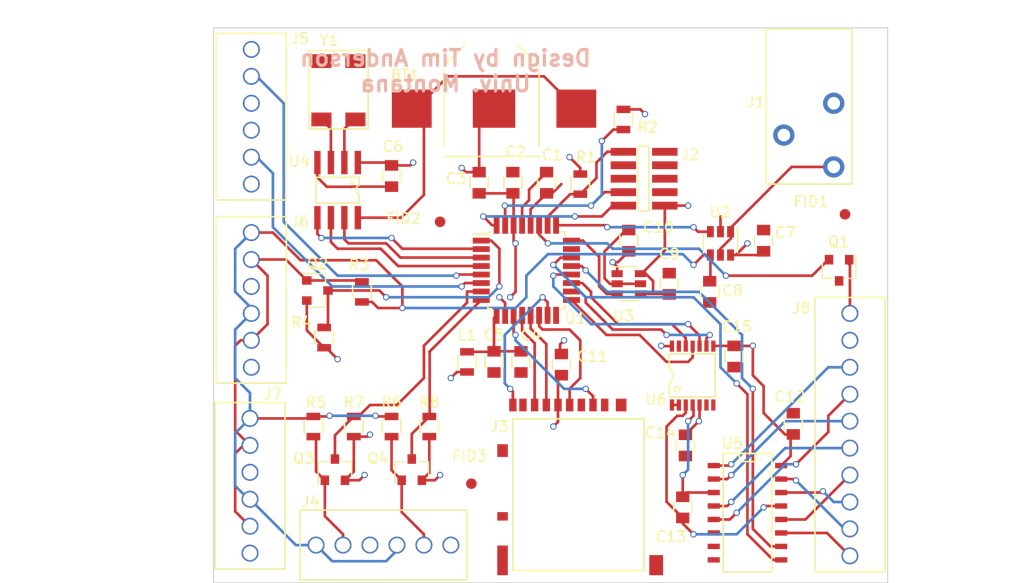
<source format=kicad_pcb>
(kicad_pcb (version 4) (host pcbnew 4.0.2-stable)

  (general
    (links 142)
    (no_connects 48)
    (area -6.257143 30.117 81.235 85.394001)
    (thickness 1.6)
    (drawings 12)
    (tracks 507)
    (zones 0)
    (modules 50)
    (nets 65)
  )

  (page A4)
  (layers
    (0 F.Cu signal)
    (1 Vcc.Cu power)
    (2 Gnd.Cu power)
    (31 B.Cu signal)
    (32 B.Adhes user)
    (33 F.Adhes user)
    (34 B.Paste user)
    (35 F.Paste user)
    (36 B.SilkS user hide)
    (37 F.SilkS user)
    (38 B.Mask user)
    (39 F.Mask user)
    (40 Dwgs.User user)
    (41 Cmts.User user)
    (42 Eco1.User user)
    (43 Eco2.User user)
    (44 Edge.Cuts user)
    (45 Margin user)
    (46 B.CrtYd user)
    (47 F.CrtYd user)
    (48 B.Fab user)
    (49 F.Fab user)
  )

  (setup
    (last_trace_width 0.25)
    (trace_clearance 0.2)
    (zone_clearance 0.508)
    (zone_45_only no)
    (trace_min 0.2)
    (segment_width 0.2)
    (edge_width 0.1)
    (via_size 0.6)
    (via_drill 0.4)
    (via_min_size 0.4)
    (via_min_drill 0.3)
    (uvia_size 0.3)
    (uvia_drill 0.1)
    (uvias_allowed no)
    (uvia_min_size 0.2)
    (uvia_min_drill 0.1)
    (pcb_text_width 0.3)
    (pcb_text_size 1.5 1.5)
    (mod_edge_width 0.15)
    (mod_text_size 1 1)
    (mod_text_width 0.15)
    (pad_size 1.5 1.5)
    (pad_drill 0.6)
    (pad_to_mask_clearance 0)
    (aux_axis_origin 0 0)
    (visible_elements 7FFEFFFF)
    (pcbplotparams
      (layerselection 0x00030_80000001)
      (usegerberextensions false)
      (excludeedgelayer true)
      (linewidth 0.100000)
      (plotframeref false)
      (viasonmask false)
      (mode 1)
      (useauxorigin false)
      (hpglpennumber 1)
      (hpglpenspeed 20)
      (hpglpendiameter 15)
      (hpglpenoverlay 2)
      (psnegative false)
      (psa4output false)
      (plotreference true)
      (plotvalue true)
      (plotinvisibletext false)
      (padsonsilk false)
      (subtractmaskfromsilk false)
      (outputformat 1)
      (mirror false)
      (drillshape 1)
      (scaleselection 1)
      (outputdirectory ""))
  )

  (net 0 "")
  (net 1 "Net-(BT1-Pad1)")
  (net 2 GND)
  (net 3 "Net-(C1-Pad1)")
  (net 4 +3V3)
  (net 5 "Net-(C4-Pad2)")
  (net 6 SWITCHED_3v3)
  (net 7 SWITCHED_5v)
  (net 8 +12V)
  (net 9 "Net-(J1-Pad3)")
  (net 10 "Net-(J2-Pad4)")
  (net 11 "Net-(J2-Pad5)")
  (net 12 RESET)
  (net 13 "Net-(J2-Pad7)")
  (net 14 "Net-(J2-Pad8)")
  (net 15 SWDCLK)
  (net 16 SWDIO)
  (net 17 "Net-(J3-Pad8)")
  (net 18 SD_SERCOM_PAD0_MISO)
  (net 19 SD_SERCOM_PAD3_SCK)
  (net 20 SD_SERCOM_PAD2_MOSI)
  (net 21 SD_SERCOM_PAD1_CS)
  (net 22 "Net-(J3-Pad1)")
  (net 23 SD_CHIP_DETECT)
  (net 24 "Net-(J4-Pad5)")
  (net 25 "Net-(J4-Pad2)")
  (net 26 Dend2)
  (net 27 Dend1)
  (net 28 "Net-(J6-Pad2)")
  (net 29 "Net-(J8-Pad8)")
  (net 30 "Net-(J8-Pad9)")
  (net 31 "Net-(J8-Pad10)")
  (net 32 HEATER_SWITCHED_GND)
  (net 33 "Net-(J8-Pad3)")
  (net 34 "Net-(J8-Pad4)")
  (net 35 "Net-(J8-Pad5)")
  (net 36 "Net-(J8-Pad6)")
  (net 37 "Net-(J8-Pad7)")
  (net 38 HEATER_ENABLE)
  (net 39 SDI_3v3_DATA)
  (net 40 DHT22_1)
  (net 41 DHT22_2)
  (net 42 DS1302_CE)
  (net 43 DS1302_SCLK)
  (net 44 DS1302_IO)
  (net 45 "Net-(U1-Pad16)")
  (net 46 MAX31856_SERCOM_PAD0_MISO)
  (net 47 MAX31856_SERCOM_PAD1_CS)
  (net 48 MAX31856_SERCOM_PAD2_MOSI)
  (net 49 MAX31856_SERCOM_PAD3_SCK)
  (net 50 MUX_SEL_A)
  (net 51 MUX_SEL_B)
  (net 52 "Net-(U1-Pad23)")
  (net 53 3v3_PWR_ENABLE)
  (net 54 5v_PWR_ENABLE)
  (net 55 "Net-(U4-Pad3)")
  (net 56 "Net-(U4-Pad2)")
  (net 57 "Net-(U5-Pad7)")
  (net 58 "Net-(U6-Pad13)")
  (net 59 "Net-(U6-Pad7)")
  (net 60 "Net-(U6-Pad6)")
  (net 61 "Net-(Y1-Pad3)")
  (net 62 "Net-(Y1-Pad2)")
  (net 63 "Net-(C13-Pad1)")
  (net 64 "Net-(C13-Pad2)")

  (net_class Default "This is the default net class."
    (clearance 0.2)
    (trace_width 0.25)
    (via_dia 0.6)
    (via_drill 0.4)
    (uvia_dia 0.3)
    (uvia_drill 0.1)
    (add_net +12V)
    (add_net +3V3)
    (add_net 3v3_PWR_ENABLE)
    (add_net 5v_PWR_ENABLE)
    (add_net DHT22_1)
    (add_net DHT22_2)
    (add_net DS1302_CE)
    (add_net DS1302_IO)
    (add_net DS1302_SCLK)
    (add_net Dend1)
    (add_net Dend2)
    (add_net GND)
    (add_net HEATER_ENABLE)
    (add_net HEATER_SWITCHED_GND)
    (add_net MAX31856_SERCOM_PAD0_MISO)
    (add_net MAX31856_SERCOM_PAD1_CS)
    (add_net MAX31856_SERCOM_PAD2_MOSI)
    (add_net MAX31856_SERCOM_PAD3_SCK)
    (add_net MUX_SEL_A)
    (add_net MUX_SEL_B)
    (add_net "Net-(BT1-Pad1)")
    (add_net "Net-(C1-Pad1)")
    (add_net "Net-(C13-Pad1)")
    (add_net "Net-(C13-Pad2)")
    (add_net "Net-(C4-Pad2)")
    (add_net "Net-(J1-Pad3)")
    (add_net "Net-(J2-Pad4)")
    (add_net "Net-(J2-Pad5)")
    (add_net "Net-(J2-Pad7)")
    (add_net "Net-(J2-Pad8)")
    (add_net "Net-(J3-Pad1)")
    (add_net "Net-(J3-Pad8)")
    (add_net "Net-(J4-Pad2)")
    (add_net "Net-(J4-Pad5)")
    (add_net "Net-(J6-Pad2)")
    (add_net "Net-(J8-Pad10)")
    (add_net "Net-(J8-Pad3)")
    (add_net "Net-(J8-Pad4)")
    (add_net "Net-(J8-Pad5)")
    (add_net "Net-(J8-Pad6)")
    (add_net "Net-(J8-Pad7)")
    (add_net "Net-(J8-Pad8)")
    (add_net "Net-(J8-Pad9)")
    (add_net "Net-(U1-Pad16)")
    (add_net "Net-(U1-Pad23)")
    (add_net "Net-(U4-Pad2)")
    (add_net "Net-(U4-Pad3)")
    (add_net "Net-(U5-Pad7)")
    (add_net "Net-(U6-Pad13)")
    (add_net "Net-(U6-Pad6)")
    (add_net "Net-(U6-Pad7)")
    (add_net "Net-(Y1-Pad2)")
    (add_net "Net-(Y1-Pad3)")
    (add_net RESET)
    (add_net SDI_3v3_DATA)
    (add_net SD_CHIP_DETECT)
    (add_net SD_SERCOM_PAD0_MISO)
    (add_net SD_SERCOM_PAD1_CS)
    (add_net SD_SERCOM_PAD2_MOSI)
    (add_net SD_SERCOM_PAD3_SCK)
    (add_net SWDCLK)
    (add_net SWDIO)
    (add_net SWITCHED_3v3)
    (add_net SWITCHED_5v)
  )

  (module TO_SOT_Packages_SMD:SOT-23-6 (layer F.Cu) (tedit 5882785E) (tstamp 58744D02)
    (at 61.468 53.34 270)
    (descr "6-pin SOT-23 package")
    (tags SOT-23-6)
    (path /586F1117)
    (attr smd)
    (fp_text reference U2 (at -2.94 0.068 360) (layer F.SilkS)
      (effects (font (size 1 1) (thickness 0.15)))
    )
    (fp_text value MIC5211 (at 0 2.9 270) (layer F.Fab)
      (effects (font (size 1 1) (thickness 0.15)))
    )
    (fp_line (start -0.9 1.61) (end 0.9 1.61) (layer F.SilkS) (width 0.12))
    (fp_line (start 0.9 -1.61) (end -1.55 -1.61) (layer F.SilkS) (width 0.12))
    (fp_line (start 1.9 -1.8) (end -1.9 -1.8) (layer F.CrtYd) (width 0.05))
    (fp_line (start 1.9 1.8) (end 1.9 -1.8) (layer F.CrtYd) (width 0.05))
    (fp_line (start -1.9 1.8) (end 1.9 1.8) (layer F.CrtYd) (width 0.05))
    (fp_line (start -1.9 -1.8) (end -1.9 1.8) (layer F.CrtYd) (width 0.05))
    (fp_line (start 0.9 -1.55) (end -0.9 -1.55) (layer F.Fab) (width 0.15))
    (fp_line (start -0.9 -1.55) (end -0.9 1.55) (layer F.Fab) (width 0.15))
    (fp_line (start 0.9 1.55) (end -0.9 1.55) (layer F.Fab) (width 0.15))
    (fp_line (start 0.9 -1.55) (end 0.9 1.55) (layer F.Fab) (width 0.15))
    (pad 1 smd rect (at -1.1 -0.95 270) (size 1.06 0.65) (layers F.Cu F.Paste F.Mask)
      (net 8 +12V))
    (pad 2 smd rect (at -1.1 0 270) (size 1.06 0.65) (layers F.Cu F.Paste F.Mask)
      (net 2 GND))
    (pad 3 smd rect (at -1.1 0.95 270) (size 1.06 0.65) (layers F.Cu F.Paste F.Mask)
      (net 54 5v_PWR_ENABLE))
    (pad 4 smd rect (at 1.1 0.95 270) (size 1.06 0.65) (layers F.Cu F.Paste F.Mask)
      (net 7 SWITCHED_5v))
    (pad 6 smd rect (at 1.1 -0.95 270) (size 1.06 0.65) (layers F.Cu F.Paste F.Mask)
      (net 4 +3V3))
    (pad 5 smd rect (at 1.1 0 270) (size 1.06 0.65) (layers F.Cu F.Paste F.Mask)
      (net 8 +12V))
    (model TO_SOT_Packages_SMD.3dshapes/SOT-23-6.wrl
      (at (xyz 0 0 0))
      (scale (xyz 1 1 1))
      (rotate (xyz 0 0 0))
    )
  )

  (module Pinecone_footprints:S8201R_Batt_Holder (layer F.Cu) (tedit 58743B6E) (tstamp 58744A5E)
    (at 32.385 40.64)
    (path /585302CA)
    (fp_text reference BT1 (at -0.635 -3.175) (layer F.SilkS)
      (effects (font (size 1 1) (thickness 0.15)))
    )
    (fp_text value Battery (at 8 -6.9) (layer F.Fab)
      (effects (font (size 1 1) (thickness 0.15)))
    )
    (fp_line (start 5 -6) (end 3 -4) (layer F.SilkS) (width 0.15))
    (fp_line (start 12 -4) (end 10 -6) (layer F.SilkS) (width 0.15))
    (fp_line (start 3 -3.5) (end 3 3.5) (layer F.SilkS) (width 0.15))
    (fp_line (start 12 3.5) (end 12 -3.5) (layer F.SilkS) (width 0.15))
    (fp_line (start 12 4.5) (end 3 4.5) (layer F.SilkS) (width 0.15))
    (pad 1 smd rect (at 0 0) (size 3.75 3.6) (layers F.Cu F.Paste F.Mask)
      (net 1 "Net-(BT1-Pad1)"))
    (pad 2 smd rect (at 7.75 0) (size 4 3.6) (layers F.Cu F.Paste F.Mask)
      (net 2 GND))
    (pad 1 smd rect (at 15.5 0) (size 3.75 3.6) (layers F.Cu F.Paste F.Mask)
      (net 1 "Net-(BT1-Pad1)"))
  )

  (module Pinecone_footprints:OSTVN06A150_6_Pin_Terminal (layer F.Cu) (tedit 58780C88) (tstamp 58744B9F)
    (at 23.368 81.788)
    (path /587093E8)
    (fp_text reference J4 (at -0.508 -4.064) (layer F.SilkS)
      (effects (font (size 1 1) (thickness 0.15)))
    )
    (fp_text value OSTVN06A150 (at 3.58 -5.84) (layer F.Fab)
      (effects (font (size 1 1) (thickness 0.15)))
    )
    (fp_line (start -1.5 -3.3) (end -1.5 3.3) (layer F.SilkS) (width 0.15))
    (fp_line (start -1.5 3.3) (end 14.2 3.3) (layer F.SilkS) (width 0.15))
    (fp_line (start 14.2 3.3) (end 14.2 -3.3) (layer F.SilkS) (width 0.15))
    (fp_line (start 14.2 -3.3) (end -1.5 -3.3) (layer F.SilkS) (width 0.15))
    (pad 6 thru_hole circle (at 12.7 0) (size 1.6 1.6) (drill 1.3) (layers *.Cu *.Mask)
      (net 2 GND))
    (pad 5 thru_hole circle (at 10.16 0) (size 1.6 1.6) (drill 1.3) (layers *.Cu *.Mask)
      (net 24 "Net-(J4-Pad5)"))
    (pad 4 thru_hole circle (at 7.62 0) (size 1.6 1.6) (drill 1.3) (layers *.Cu *.Mask)
      (net 7 SWITCHED_5v))
    (pad 3 thru_hole circle (at 5.08 0) (size 1.6 1.6) (drill 1.3) (layers *.Cu *.Mask)
      (net 2 GND))
    (pad 2 thru_hole circle (at 2.54 0) (size 1.6 1.6) (drill 1.3) (layers *.Cu *.Mask)
      (net 25 "Net-(J4-Pad2)"))
    (pad 1 thru_hole circle (at 0 0) (size 1.6 1.6) (drill 1.3) (layers *.Cu *.Mask)
      (net 7 SWITCHED_5v))
  )

  (module Capacitors_SMD:C_0805 (layer F.Cu) (tedit 5882783B) (tstamp 58744A6E)
    (at 45.085 47.625 270)
    (descr "Capacitor SMD 0805, reflow soldering, AVX (see smccp.pdf)")
    (tags "capacitor 0805")
    (path /585E04DC)
    (attr smd)
    (fp_text reference C1 (at -2.625 -0.515 360) (layer F.SilkS)
      (effects (font (size 1 1) (thickness 0.15)))
    )
    (fp_text value GRM21BR71C105KA01L (at -7.62 11.43 270) (layer F.Fab)
      (effects (font (size 1 1) (thickness 0.15)))
    )
    (fp_line (start -1 0.625) (end -1 -0.625) (layer F.Fab) (width 0.15))
    (fp_line (start 1 0.625) (end -1 0.625) (layer F.Fab) (width 0.15))
    (fp_line (start 1 -0.625) (end 1 0.625) (layer F.Fab) (width 0.15))
    (fp_line (start -1 -0.625) (end 1 -0.625) (layer F.Fab) (width 0.15))
    (fp_line (start -1.8 -1) (end 1.8 -1) (layer F.CrtYd) (width 0.05))
    (fp_line (start -1.8 1) (end 1.8 1) (layer F.CrtYd) (width 0.05))
    (fp_line (start -1.8 -1) (end -1.8 1) (layer F.CrtYd) (width 0.05))
    (fp_line (start 1.8 -1) (end 1.8 1) (layer F.CrtYd) (width 0.05))
    (fp_line (start 0.5 -0.85) (end -0.5 -0.85) (layer F.SilkS) (width 0.15))
    (fp_line (start -0.5 0.85) (end 0.5 0.85) (layer F.SilkS) (width 0.15))
    (pad 1 smd rect (at -1 0 270) (size 1 1.25) (layers F.Cu F.Paste F.Mask)
      (net 3 "Net-(C1-Pad1)"))
    (pad 2 smd rect (at 1 0 270) (size 1 1.25) (layers F.Cu F.Paste F.Mask)
      (net 2 GND))
    (model Capacitors_SMD.3dshapes/C_0805.wrl
      (at (xyz 0 0 0))
      (scale (xyz 1 1 1))
      (rotate (xyz 0 0 0))
    )
  )

  (module Capacitors_SMD:C_0805 (layer F.Cu) (tedit 58756F54) (tstamp 58744A7E)
    (at 41.91 47.625 270)
    (descr "Capacitor SMD 0805, reflow soldering, AVX (see smccp.pdf)")
    (tags "capacitor 0805")
    (path /5859B177)
    (attr smd)
    (fp_text reference C2 (at -2.921 -0.254 360) (layer F.SilkS)
      (effects (font (size 1 1) (thickness 0.15)))
    )
    (fp_text value CC0603ZRY5V9BB104 (at 0 2.1 270) (layer F.Fab)
      (effects (font (size 1 1) (thickness 0.15)))
    )
    (fp_line (start -1 0.625) (end -1 -0.625) (layer F.Fab) (width 0.15))
    (fp_line (start 1 0.625) (end -1 0.625) (layer F.Fab) (width 0.15))
    (fp_line (start 1 -0.625) (end 1 0.625) (layer F.Fab) (width 0.15))
    (fp_line (start -1 -0.625) (end 1 -0.625) (layer F.Fab) (width 0.15))
    (fp_line (start -1.8 -1) (end 1.8 -1) (layer F.CrtYd) (width 0.05))
    (fp_line (start -1.8 1) (end 1.8 1) (layer F.CrtYd) (width 0.05))
    (fp_line (start -1.8 -1) (end -1.8 1) (layer F.CrtYd) (width 0.05))
    (fp_line (start 1.8 -1) (end 1.8 1) (layer F.CrtYd) (width 0.05))
    (fp_line (start 0.5 -0.85) (end -0.5 -0.85) (layer F.SilkS) (width 0.15))
    (fp_line (start -0.5 0.85) (end 0.5 0.85) (layer F.SilkS) (width 0.15))
    (pad 1 smd rect (at -1 0 270) (size 1 1.25) (layers F.Cu F.Paste F.Mask)
      (net 2 GND))
    (pad 2 smd rect (at 1 0 270) (size 1 1.25) (layers F.Cu F.Paste F.Mask)
      (net 4 +3V3))
    (model Capacitors_SMD.3dshapes/C_0805.wrl
      (at (xyz 0 0 0))
      (scale (xyz 1 1 1))
      (rotate (xyz 0 0 0))
    )
  )

  (module Capacitors_SMD:C_0805 (layer F.Cu) (tedit 58756DB5) (tstamp 58744A8E)
    (at 38.735 47.625 90)
    (descr "Capacitor SMD 0805, reflow soldering, AVX (see smccp.pdf)")
    (tags "capacitor 0805")
    (path /585E1387)
    (attr smd)
    (fp_text reference C3 (at 0.381 -2.159 360) (layer F.SilkS)
      (effects (font (size 1 1) (thickness 0.15)))
    )
    (fp_text value GRM219R61A106KE44D (at 0 2.1 90) (layer F.Fab)
      (effects (font (size 1 1) (thickness 0.15)))
    )
    (fp_line (start -1 0.625) (end -1 -0.625) (layer F.Fab) (width 0.15))
    (fp_line (start 1 0.625) (end -1 0.625) (layer F.Fab) (width 0.15))
    (fp_line (start 1 -0.625) (end 1 0.625) (layer F.Fab) (width 0.15))
    (fp_line (start -1 -0.625) (end 1 -0.625) (layer F.Fab) (width 0.15))
    (fp_line (start -1.8 -1) (end 1.8 -1) (layer F.CrtYd) (width 0.05))
    (fp_line (start -1.8 1) (end 1.8 1) (layer F.CrtYd) (width 0.05))
    (fp_line (start -1.8 -1) (end -1.8 1) (layer F.CrtYd) (width 0.05))
    (fp_line (start 1.8 -1) (end 1.8 1) (layer F.CrtYd) (width 0.05))
    (fp_line (start 0.5 -0.85) (end -0.5 -0.85) (layer F.SilkS) (width 0.15))
    (fp_line (start -0.5 0.85) (end 0.5 0.85) (layer F.SilkS) (width 0.15))
    (pad 1 smd rect (at -1 0 90) (size 1 1.25) (layers F.Cu F.Paste F.Mask)
      (net 4 +3V3))
    (pad 2 smd rect (at 1 0 90) (size 1 1.25) (layers F.Cu F.Paste F.Mask)
      (net 2 GND))
    (model Capacitors_SMD.3dshapes/C_0805.wrl
      (at (xyz 0 0 0))
      (scale (xyz 1 1 1))
      (rotate (xyz 0 0 0))
    )
  )

  (module Capacitors_SMD:C_0805 (layer F.Cu) (tedit 588279D6) (tstamp 58744A9E)
    (at 42.672 64.516 90)
    (descr "Capacitor SMD 0805, reflow soldering, AVX (see smccp.pdf)")
    (tags "capacitor 0805")
    (path /5859B472)
    (attr smd)
    (fp_text reference C4 (at 2.516 0.928 180) (layer F.SilkS)
      (effects (font (size 1 1) (thickness 0.15)))
    )
    (fp_text value GRM219R61A106KE44D (at 2.54 1.905 180) (layer F.Fab)
      (effects (font (size 1 1) (thickness 0.15)))
    )
    (fp_line (start -1 0.625) (end -1 -0.625) (layer F.Fab) (width 0.15))
    (fp_line (start 1 0.625) (end -1 0.625) (layer F.Fab) (width 0.15))
    (fp_line (start 1 -0.625) (end 1 0.625) (layer F.Fab) (width 0.15))
    (fp_line (start -1 -0.625) (end 1 -0.625) (layer F.Fab) (width 0.15))
    (fp_line (start -1.8 -1) (end 1.8 -1) (layer F.CrtYd) (width 0.05))
    (fp_line (start -1.8 1) (end 1.8 1) (layer F.CrtYd) (width 0.05))
    (fp_line (start -1.8 -1) (end -1.8 1) (layer F.CrtYd) (width 0.05))
    (fp_line (start 1.8 -1) (end 1.8 1) (layer F.CrtYd) (width 0.05))
    (fp_line (start 0.5 -0.85) (end -0.5 -0.85) (layer F.SilkS) (width 0.15))
    (fp_line (start -0.5 0.85) (end 0.5 0.85) (layer F.SilkS) (width 0.15))
    (pad 1 smd rect (at -1 0 90) (size 1 1.25) (layers F.Cu F.Paste F.Mask)
      (net 2 GND))
    (pad 2 smd rect (at 1 0 90) (size 1 1.25) (layers F.Cu F.Paste F.Mask)
      (net 5 "Net-(C4-Pad2)"))
    (model Capacitors_SMD.3dshapes/C_0805.wrl
      (at (xyz 0 0 0))
      (scale (xyz 1 1 1))
      (rotate (xyz 0 0 0))
    )
  )

  (module Capacitors_SMD:C_0805 (layer F.Cu) (tedit 58756D6F) (tstamp 58744AAE)
    (at 40.132 64.516 90)
    (descr "Capacitor SMD 0805, reflow soldering, AVX (see smccp.pdf)")
    (tags "capacitor 0805")
    (path /5859AE09)
    (attr smd)
    (fp_text reference C5 (at 2.54 0 180) (layer F.SilkS)
      (effects (font (size 1 1) (thickness 0.15)))
    )
    (fp_text value CC0603ZRY5V9BB104 (at 0 2.1 180) (layer F.Fab)
      (effects (font (size 1 1) (thickness 0.15)))
    )
    (fp_line (start -1 0.625) (end -1 -0.625) (layer F.Fab) (width 0.15))
    (fp_line (start 1 0.625) (end -1 0.625) (layer F.Fab) (width 0.15))
    (fp_line (start 1 -0.625) (end 1 0.625) (layer F.Fab) (width 0.15))
    (fp_line (start -1 -0.625) (end 1 -0.625) (layer F.Fab) (width 0.15))
    (fp_line (start -1.8 -1) (end 1.8 -1) (layer F.CrtYd) (width 0.05))
    (fp_line (start -1.8 1) (end 1.8 1) (layer F.CrtYd) (width 0.05))
    (fp_line (start -1.8 -1) (end -1.8 1) (layer F.CrtYd) (width 0.05))
    (fp_line (start 1.8 -1) (end 1.8 1) (layer F.CrtYd) (width 0.05))
    (fp_line (start 0.5 -0.85) (end -0.5 -0.85) (layer F.SilkS) (width 0.15))
    (fp_line (start -0.5 0.85) (end 0.5 0.85) (layer F.SilkS) (width 0.15))
    (pad 1 smd rect (at -1 0 90) (size 1 1.25) (layers F.Cu F.Paste F.Mask)
      (net 2 GND))
    (pad 2 smd rect (at 1 0 90) (size 1 1.25) (layers F.Cu F.Paste F.Mask)
      (net 5 "Net-(C4-Pad2)"))
    (model Capacitors_SMD.3dshapes/C_0805.wrl
      (at (xyz 0 0 0))
      (scale (xyz 1 1 1))
      (rotate (xyz 0 0 0))
    )
  )

  (module Capacitors_SMD:C_0805 (layer F.Cu) (tedit 58827847) (tstamp 58744ABE)
    (at 30.48 46.99 270)
    (descr "Capacitor SMD 0805, reflow soldering, AVX (see smccp.pdf)")
    (tags "capacitor 0805")
    (path /58599825)
    (attr smd)
    (fp_text reference C6 (at -2.79 -0.12 360) (layer F.SilkS)
      (effects (font (size 1 1) (thickness 0.15)))
    )
    (fp_text value CC0603ZRY5V9BB104 (at 0 2.1 270) (layer F.Fab)
      (effects (font (size 1 1) (thickness 0.15)))
    )
    (fp_line (start -1 0.625) (end -1 -0.625) (layer F.Fab) (width 0.15))
    (fp_line (start 1 0.625) (end -1 0.625) (layer F.Fab) (width 0.15))
    (fp_line (start 1 -0.625) (end 1 0.625) (layer F.Fab) (width 0.15))
    (fp_line (start -1 -0.625) (end 1 -0.625) (layer F.Fab) (width 0.15))
    (fp_line (start -1.8 -1) (end 1.8 -1) (layer F.CrtYd) (width 0.05))
    (fp_line (start -1.8 1) (end 1.8 1) (layer F.CrtYd) (width 0.05))
    (fp_line (start -1.8 -1) (end -1.8 1) (layer F.CrtYd) (width 0.05))
    (fp_line (start 1.8 -1) (end 1.8 1) (layer F.CrtYd) (width 0.05))
    (fp_line (start 0.5 -0.85) (end -0.5 -0.85) (layer F.SilkS) (width 0.15))
    (fp_line (start -0.5 0.85) (end 0.5 0.85) (layer F.SilkS) (width 0.15))
    (pad 1 smd rect (at -1 0 270) (size 1 1.25) (layers F.Cu F.Paste F.Mask)
      (net 4 +3V3))
    (pad 2 smd rect (at 1 0 270) (size 1 1.25) (layers F.Cu F.Paste F.Mask)
      (net 2 GND))
    (model Capacitors_SMD.3dshapes/C_0805.wrl
      (at (xyz 0 0 0))
      (scale (xyz 1 1 1))
      (rotate (xyz 0 0 0))
    )
  )

  (module Capacitors_SMD:C_0805 (layer F.Cu) (tedit 588279C2) (tstamp 58744ADE)
    (at 60.452 57.912 270)
    (descr "Capacitor SMD 0805, reflow soldering, AVX (see smccp.pdf)")
    (tags "capacitor 0805")
    (path /585D4B43)
    (attr smd)
    (fp_text reference C8 (at -0.112 -2.148 360) (layer F.SilkS)
      (effects (font (size 1 1) (thickness 0.15)))
    )
    (fp_text value CC0603ZRY5V9BB104 (at 0 2.1 270) (layer F.Fab)
      (effects (font (size 1 1) (thickness 0.15)))
    )
    (fp_line (start -1 0.625) (end -1 -0.625) (layer F.Fab) (width 0.15))
    (fp_line (start 1 0.625) (end -1 0.625) (layer F.Fab) (width 0.15))
    (fp_line (start 1 -0.625) (end 1 0.625) (layer F.Fab) (width 0.15))
    (fp_line (start -1 -0.625) (end 1 -0.625) (layer F.Fab) (width 0.15))
    (fp_line (start -1.8 -1) (end 1.8 -1) (layer F.CrtYd) (width 0.05))
    (fp_line (start -1.8 1) (end 1.8 1) (layer F.CrtYd) (width 0.05))
    (fp_line (start -1.8 -1) (end -1.8 1) (layer F.CrtYd) (width 0.05))
    (fp_line (start 1.8 -1) (end 1.8 1) (layer F.CrtYd) (width 0.05))
    (fp_line (start 0.5 -0.85) (end -0.5 -0.85) (layer F.SilkS) (width 0.15))
    (fp_line (start -0.5 0.85) (end 0.5 0.85) (layer F.SilkS) (width 0.15))
    (pad 1 smd rect (at -1 0 270) (size 1 1.25) (layers F.Cu F.Paste F.Mask)
      (net 7 SWITCHED_5v))
    (pad 2 smd rect (at 1 0 270) (size 1 1.25) (layers F.Cu F.Paste F.Mask)
      (net 2 GND))
    (model Capacitors_SMD.3dshapes/C_0805.wrl
      (at (xyz 0 0 0))
      (scale (xyz 1 1 1))
      (rotate (xyz 0 0 0))
    )
  )

  (module Capacitors_SMD:C_0805 (layer F.Cu) (tedit 58780E7D) (tstamp 58744AEE)
    (at 56.642 57.15 90)
    (descr "Capacitor SMD 0805, reflow soldering, AVX (see smccp.pdf)")
    (tags "capacitor 0805")
    (path /585C0E3D)
    (attr smd)
    (fp_text reference C9 (at 2.794 0 180) (layer F.SilkS)
      (effects (font (size 1 1) (thickness 0.15)))
    )
    (fp_text value GRM21BR71C105KA01L (at 0 2.1 90) (layer F.Fab)
      (effects (font (size 1 1) (thickness 0.15)))
    )
    (fp_line (start -1 0.625) (end -1 -0.625) (layer F.Fab) (width 0.15))
    (fp_line (start 1 0.625) (end -1 0.625) (layer F.Fab) (width 0.15))
    (fp_line (start 1 -0.625) (end 1 0.625) (layer F.Fab) (width 0.15))
    (fp_line (start -1 -0.625) (end 1 -0.625) (layer F.Fab) (width 0.15))
    (fp_line (start -1.8 -1) (end 1.8 -1) (layer F.CrtYd) (width 0.05))
    (fp_line (start -1.8 1) (end 1.8 1) (layer F.CrtYd) (width 0.05))
    (fp_line (start -1.8 -1) (end -1.8 1) (layer F.CrtYd) (width 0.05))
    (fp_line (start 1.8 -1) (end 1.8 1) (layer F.CrtYd) (width 0.05))
    (fp_line (start 0.5 -0.85) (end -0.5 -0.85) (layer F.SilkS) (width 0.15))
    (fp_line (start -0.5 0.85) (end 0.5 0.85) (layer F.SilkS) (width 0.15))
    (pad 1 smd rect (at -1 0 90) (size 1 1.25) (layers F.Cu F.Paste F.Mask)
      (net 4 +3V3))
    (pad 2 smd rect (at 1 0 90) (size 1 1.25) (layers F.Cu F.Paste F.Mask)
      (net 2 GND))
    (model Capacitors_SMD.3dshapes/C_0805.wrl
      (at (xyz 0 0 0))
      (scale (xyz 1 1 1))
      (rotate (xyz 0 0 0))
    )
  )

  (module Capacitors_SMD:C_0805 (layer F.Cu) (tedit 58780E7B) (tstamp 58744AFE)
    (at 52.832 53.086 90)
    (descr "Capacitor SMD 0805, reflow soldering, AVX (see smccp.pdf)")
    (tags "capacitor 0805")
    (path /585A1F33)
    (attr smd)
    (fp_text reference C10 (at 1.27 2.794 180) (layer F.SilkS)
      (effects (font (size 1 1) (thickness 0.15)))
    )
    (fp_text value CC0603ZRY5V9BB104 (at 0 2.1 90) (layer F.Fab)
      (effects (font (size 1 1) (thickness 0.15)))
    )
    (fp_line (start -1 0.625) (end -1 -0.625) (layer F.Fab) (width 0.15))
    (fp_line (start 1 0.625) (end -1 0.625) (layer F.Fab) (width 0.15))
    (fp_line (start 1 -0.625) (end 1 0.625) (layer F.Fab) (width 0.15))
    (fp_line (start -1 -0.625) (end 1 -0.625) (layer F.Fab) (width 0.15))
    (fp_line (start -1.8 -1) (end 1.8 -1) (layer F.CrtYd) (width 0.05))
    (fp_line (start -1.8 1) (end 1.8 1) (layer F.CrtYd) (width 0.05))
    (fp_line (start -1.8 -1) (end -1.8 1) (layer F.CrtYd) (width 0.05))
    (fp_line (start 1.8 -1) (end 1.8 1) (layer F.CrtYd) (width 0.05))
    (fp_line (start 0.5 -0.85) (end -0.5 -0.85) (layer F.SilkS) (width 0.15))
    (fp_line (start -0.5 0.85) (end 0.5 0.85) (layer F.SilkS) (width 0.15))
    (pad 1 smd rect (at -1 0 90) (size 1 1.25) (layers F.Cu F.Paste F.Mask)
      (net 6 SWITCHED_3v3))
    (pad 2 smd rect (at 1 0 90) (size 1 1.25) (layers F.Cu F.Paste F.Mask)
      (net 2 GND))
    (model Capacitors_SMD.3dshapes/C_0805.wrl
      (at (xyz 0 0 0))
      (scale (xyz 1 1 1))
      (rotate (xyz 0 0 0))
    )
  )

  (module Capacitors_SMD:C_0805 (layer F.Cu) (tedit 588279F0) (tstamp 58744B1E)
    (at 68.326 70.358 90)
    (descr "Capacitor SMD 0805, reflow soldering, AVX (see smccp.pdf)")
    (tags "capacitor 0805")
    (path /58587617)
    (attr smd)
    (fp_text reference C12 (at 2.558 -0.326 360) (layer F.SilkS)
      (effects (font (size 1 1) (thickness 0.15)))
    )
    (fp_text value CC0603ZRY5V9BB104 (at 0 2.1 90) (layer F.Fab)
      (effects (font (size 1 1) (thickness 0.15)))
    )
    (fp_line (start -1 0.625) (end -1 -0.625) (layer F.Fab) (width 0.15))
    (fp_line (start 1 0.625) (end -1 0.625) (layer F.Fab) (width 0.15))
    (fp_line (start 1 -0.625) (end 1 0.625) (layer F.Fab) (width 0.15))
    (fp_line (start -1 -0.625) (end 1 -0.625) (layer F.Fab) (width 0.15))
    (fp_line (start -1.8 -1) (end 1.8 -1) (layer F.CrtYd) (width 0.05))
    (fp_line (start -1.8 1) (end 1.8 1) (layer F.CrtYd) (width 0.05))
    (fp_line (start -1.8 -1) (end -1.8 1) (layer F.CrtYd) (width 0.05))
    (fp_line (start 1.8 -1) (end 1.8 1) (layer F.CrtYd) (width 0.05))
    (fp_line (start 0.5 -0.85) (end -0.5 -0.85) (layer F.SilkS) (width 0.15))
    (fp_line (start -0.5 0.85) (end 0.5 0.85) (layer F.SilkS) (width 0.15))
    (pad 1 smd rect (at -1 0 90) (size 1 1.25) (layers F.Cu F.Paste F.Mask)
      (net 6 SWITCHED_3v3))
    (pad 2 smd rect (at 1 0 90) (size 1 1.25) (layers F.Cu F.Paste F.Mask)
      (net 2 GND))
    (model Capacitors_SMD.3dshapes/C_0805.wrl
      (at (xyz 0 0 0))
      (scale (xyz 1 1 1))
      (rotate (xyz 0 0 0))
    )
  )

  (module Capacitors_SMD:C_0805 (layer F.Cu) (tedit 588279E2) (tstamp 58744B2E)
    (at 57.912 78.232 270)
    (descr "Capacitor SMD 0805, reflow soldering, AVX (see smccp.pdf)")
    (tags "capacitor 0805")
    (path /585852A0)
    (attr smd)
    (fp_text reference C13 (at 2.768 1.112 360) (layer F.SilkS)
      (effects (font (size 1 1) (thickness 0.15)))
    )
    (fp_text value CC0603ZRY5V9BB104 (at 0 2.1 360) (layer F.Fab)
      (effects (font (size 1 1) (thickness 0.15)))
    )
    (fp_line (start -1 0.625) (end -1 -0.625) (layer F.Fab) (width 0.15))
    (fp_line (start 1 0.625) (end -1 0.625) (layer F.Fab) (width 0.15))
    (fp_line (start 1 -0.625) (end 1 0.625) (layer F.Fab) (width 0.15))
    (fp_line (start -1 -0.625) (end 1 -0.625) (layer F.Fab) (width 0.15))
    (fp_line (start -1.8 -1) (end 1.8 -1) (layer F.CrtYd) (width 0.05))
    (fp_line (start -1.8 1) (end 1.8 1) (layer F.CrtYd) (width 0.05))
    (fp_line (start -1.8 -1) (end -1.8 1) (layer F.CrtYd) (width 0.05))
    (fp_line (start 1.8 -1) (end 1.8 1) (layer F.CrtYd) (width 0.05))
    (fp_line (start 0.5 -0.85) (end -0.5 -0.85) (layer F.SilkS) (width 0.15))
    (fp_line (start -0.5 0.85) (end 0.5 0.85) (layer F.SilkS) (width 0.15))
    (pad 1 smd rect (at -1 0 270) (size 1 1.25) (layers F.Cu F.Paste F.Mask)
      (net 63 "Net-(C13-Pad1)"))
    (pad 2 smd rect (at 1 0 270) (size 1 1.25) (layers F.Cu F.Paste F.Mask)
      (net 64 "Net-(C13-Pad2)"))
    (model Capacitors_SMD.3dshapes/C_0805.wrl
      (at (xyz 0 0 0))
      (scale (xyz 1 1 1))
      (rotate (xyz 0 0 0))
    )
  )

  (module Capacitors_SMD:C_0805 (layer F.Cu) (tedit 588279E7) (tstamp 58744B3E)
    (at 58.166 72.39 270)
    (descr "Capacitor SMD 0805, reflow soldering, AVX (see smccp.pdf)")
    (tags "capacitor 0805")
    (path /58585B43)
    (attr smd)
    (fp_text reference C14 (at -1.19 2.366 360) (layer F.SilkS)
      (effects (font (size 1 1) (thickness 0.15)))
    )
    (fp_text value CC0603ZRY5V9BB104 (at 0 2.1 270) (layer F.Fab)
      (effects (font (size 1 1) (thickness 0.15)))
    )
    (fp_line (start -1 0.625) (end -1 -0.625) (layer F.Fab) (width 0.15))
    (fp_line (start 1 0.625) (end -1 0.625) (layer F.Fab) (width 0.15))
    (fp_line (start 1 -0.625) (end 1 0.625) (layer F.Fab) (width 0.15))
    (fp_line (start -1 -0.625) (end 1 -0.625) (layer F.Fab) (width 0.15))
    (fp_line (start -1.8 -1) (end 1.8 -1) (layer F.CrtYd) (width 0.05))
    (fp_line (start -1.8 1) (end 1.8 1) (layer F.CrtYd) (width 0.05))
    (fp_line (start -1.8 -1) (end -1.8 1) (layer F.CrtYd) (width 0.05))
    (fp_line (start 1.8 -1) (end 1.8 1) (layer F.CrtYd) (width 0.05))
    (fp_line (start 0.5 -0.85) (end -0.5 -0.85) (layer F.SilkS) (width 0.15))
    (fp_line (start -0.5 0.85) (end 0.5 0.85) (layer F.SilkS) (width 0.15))
    (pad 1 smd rect (at -1 0 270) (size 1 1.25) (layers F.Cu F.Paste F.Mask)
      (net 6 SWITCHED_3v3))
    (pad 2 smd rect (at 1 0 270) (size 1 1.25) (layers F.Cu F.Paste F.Mask)
      (net 2 GND))
    (model Capacitors_SMD.3dshapes/C_0805.wrl
      (at (xyz 0 0 0))
      (scale (xyz 1 1 1))
      (rotate (xyz 0 0 0))
    )
  )

  (module Capacitors_SMD:C_0805 (layer F.Cu) (tedit 5882786B) (tstamp 58744B4E)
    (at 62.738 64.008 270)
    (descr "Capacitor SMD 0805, reflow soldering, AVX (see smccp.pdf)")
    (tags "capacitor 0805")
    (path /58585A1D)
    (attr smd)
    (fp_text reference C15 (at -2.808 -0.262 360) (layer F.SilkS)
      (effects (font (size 1 1) (thickness 0.15)))
    )
    (fp_text value CC0603ZRY5V9BB104 (at 0 2.1 270) (layer F.Fab)
      (effects (font (size 1 1) (thickness 0.15)))
    )
    (fp_line (start -1 0.625) (end -1 -0.625) (layer F.Fab) (width 0.15))
    (fp_line (start 1 0.625) (end -1 0.625) (layer F.Fab) (width 0.15))
    (fp_line (start 1 -0.625) (end 1 0.625) (layer F.Fab) (width 0.15))
    (fp_line (start -1 -0.625) (end 1 -0.625) (layer F.Fab) (width 0.15))
    (fp_line (start -1.8 -1) (end 1.8 -1) (layer F.CrtYd) (width 0.05))
    (fp_line (start -1.8 1) (end 1.8 1) (layer F.CrtYd) (width 0.05))
    (fp_line (start -1.8 -1) (end -1.8 1) (layer F.CrtYd) (width 0.05))
    (fp_line (start 1.8 -1) (end 1.8 1) (layer F.CrtYd) (width 0.05))
    (fp_line (start 0.5 -0.85) (end -0.5 -0.85) (layer F.SilkS) (width 0.15))
    (fp_line (start -0.5 0.85) (end 0.5 0.85) (layer F.SilkS) (width 0.15))
    (pad 1 smd rect (at -1 0 270) (size 1 1.25) (layers F.Cu F.Paste F.Mask)
      (net 6 SWITCHED_3v3))
    (pad 2 smd rect (at 1 0 270) (size 1 1.25) (layers F.Cu F.Paste F.Mask)
      (net 2 GND))
    (model Capacitors_SMD.3dshapes/C_0805.wrl
      (at (xyz 0 0 0))
      (scale (xyz 1 1 1))
      (rotate (xyz 0 0 0))
    )
  )

  (module Pinecone_footprints:PJ-102A (layer F.Cu) (tedit 58827858) (tstamp 58744B69)
    (at 72.136 40.132)
    (path /586EDE2D)
    (fp_text reference J1 (at -7.336 -0.132) (layer F.SilkS)
      (effects (font (size 1 1) (thickness 0.15)))
    )
    (fp_text value PJ-102A (at -3.81 -8.89) (layer F.Fab)
      (effects (font (size 1 1) (thickness 0.15)))
    )
    (fp_line (start 1.73 -7) (end 1.73 7.62) (layer F.SilkS) (width 0.15))
    (fp_line (start 1.73 7.62) (end -6.35 7.62) (layer F.SilkS) (width 0.15))
    (fp_line (start -6.35 7.62) (end -6.35 -7) (layer F.SilkS) (width 0.15))
    (fp_line (start -6.35 -7) (end 1.73 -7) (layer F.SilkS) (width 0.15))
    (pad 1 thru_hole circle (at 0 6) (size 2 2) (drill 1.2) (layers *.Cu *.Mask)
      (net 8 +12V))
    (pad 3 thru_hole circle (at -4.7 3) (size 2 2) (drill 1.2) (layers *.Cu *.Mask)
      (net 9 "Net-(J1-Pad3)"))
    (pad 2 thru_hole circle (at 0 0) (size 2 2) (drill 1.2) (layers *.Cu *.Mask)
      (net 2 GND))
  )

  (module Pinecone_footprints:10_Pin_Cortex_SMD (layer F.Cu) (tedit 588279B5) (tstamp 58744B7B)
    (at 52.324 49.784 90)
    (path /586F9675)
    (fp_text reference J2 (at 4.784 6.276 180) (layer F.SilkS)
      (effects (font (size 1 1) (thickness 0.15)))
    )
    (fp_text value M50-3600542 (at 0 -3.81 90) (layer F.Fab)
      (effects (font (size 1 1) (thickness 0.15)))
    )
    (fp_line (start -0.508 1.397) (end 5.588 1.397) (layer F.SilkS) (width 0.15))
    (fp_line (start 5.588 1.397) (end 5.588 2.413) (layer F.SilkS) (width 0.15))
    (fp_line (start 5.588 2.413) (end -0.508 2.413) (layer F.SilkS) (width 0.15))
    (fp_line (start -0.508 2.413) (end -0.508 1.397) (layer F.SilkS) (width 0.15))
    (pad 1 smd rect (at 0 3.9 90) (size 0.74 2.4) (layers F.Cu F.Paste F.Mask)
      (net 4 +3V3))
    (pad 2 smd rect (at 1.27 3.9 90) (size 0.74 2.4) (layers F.Cu F.Paste F.Mask)
      (net 2 GND))
    (pad 3 smd rect (at 2.54 3.9 90) (size 0.74 2.4) (layers F.Cu F.Paste F.Mask)
      (net 2 GND))
    (pad 4 smd rect (at 3.81 3.9 90) (size 0.74 2.4) (layers F.Cu F.Paste F.Mask)
      (net 10 "Net-(J2-Pad4)"))
    (pad 5 smd rect (at 5.08 3.9 90) (size 0.74 2.4) (layers F.Cu F.Paste F.Mask)
      (net 11 "Net-(J2-Pad5)"))
    (pad 6 smd rect (at 5.08 0 90) (size 0.74 2.4) (layers F.Cu F.Paste F.Mask)
      (net 12 RESET))
    (pad 7 smd rect (at 3.81 0 90) (size 0.74 2.4) (layers F.Cu F.Paste F.Mask)
      (net 13 "Net-(J2-Pad7)"))
    (pad 8 smd rect (at 2.54 0 90) (size 0.74 2.4) (layers F.Cu F.Paste F.Mask)
      (net 14 "Net-(J2-Pad8)"))
    (pad 9 smd rect (at 1.27 0 90) (size 0.74 2.4) (layers F.Cu F.Paste F.Mask)
      (net 15 SWDCLK))
    (pad 10 smd rect (at 0 0 90) (size 0.74 2.4) (layers F.Cu F.Paste F.Mask)
      (net 16 SWDIO))
  )

  (module Pinecone_footprints:Hirose_DM3AT (layer F.Cu) (tedit 58756F31) (tstamp 58744B91)
    (at 41.91 68.58)
    (path /58704938)
    (fp_text reference J3 (at -1.27 2.032) (layer F.SilkS)
      (effects (font (size 1 1) (thickness 0.15)))
    )
    (fp_text value DM3AT-SF-PEJM5 (at 4.75 -3.25) (layer F.Fab)
      (effects (font (size 1 1) (thickness 0.15)))
    )
    (fp_line (start 0 1.3) (end 0 15.6) (layer F.SilkS) (width 0.15))
    (fp_line (start 0 15.6) (end 12.35 15.6) (layer F.SilkS) (width 0.15))
    (fp_line (start 12.35 15.6) (end 12.35 1.3) (layer F.SilkS) (width 0.15))
    (fp_line (start 12.35 1.3) (end 0 1.3) (layer F.SilkS) (width 0.15))
    (pad 12 smd rect (at 13.5 15.1) (size 1.3 1.9) (layers F.Cu F.Paste F.Mask))
    (pad 11 smd rect (at -0.975 14.65) (size 1 2.8) (layers F.Cu F.Paste F.Mask))
    (pad 10 smd rect (at -0.975 4.3) (size 1 1.2) (layers F.Cu F.Paste F.Mask))
    (pad CD2 smd rect (at -0.975 10.5) (size 1 0.8) (layers F.Cu F.Paste F.Mask)
      (net 2 GND))
    (pad 9 smd rect (at 10.2 0) (size 1 1.2) (layers F.Cu F.Paste F.Mask))
    (pad 8 smd rect (at 8.65 0) (size 0.7 1.2) (layers F.Cu F.Paste F.Mask)
      (net 17 "Net-(J3-Pad8)"))
    (pad 7 smd rect (at 7.55 0) (size 0.7 1.2) (layers F.Cu F.Paste F.Mask)
      (net 18 SD_SERCOM_PAD0_MISO))
    (pad 6 smd rect (at 6.45 0) (size 0.7 1.2) (layers F.Cu F.Paste F.Mask)
      (net 2 GND))
    (pad 5 smd rect (at 5.35 0) (size 0.7 1.2) (layers F.Cu F.Paste F.Mask)
      (net 19 SD_SERCOM_PAD3_SCK))
    (pad 4 smd rect (at 4.25 0) (size 0.7 1.2) (layers F.Cu F.Paste F.Mask)
      (net 6 SWITCHED_3v3))
    (pad 3 smd rect (at 3.15 0) (size 0.7 1.2) (layers F.Cu F.Paste F.Mask)
      (net 20 SD_SERCOM_PAD2_MOSI))
    (pad 2 smd rect (at 2.05 0) (size 0.7 1.2) (layers F.Cu F.Paste F.Mask)
      (net 21 SD_SERCOM_PAD1_CS))
    (pad 1 smd rect (at 0.95 0) (size 0.7 1.2) (layers F.Cu F.Paste F.Mask)
      (net 22 "Net-(J3-Pad1)"))
    (pad CD1 smd rect (at 0 0) (size 0.7 1.2) (layers F.Cu F.Paste F.Mask)
      (net 23 SD_CHIP_DETECT))
  )

  (module Pinecone_footprints:OSTVN06A150_6_Pin_Terminal (layer F.Cu) (tedit 58756F3E) (tstamp 58744BAD)
    (at 17.272 35.052 270)
    (path /58709927)
    (fp_text reference J5 (at -1.016 -4.572 360) (layer F.SilkS)
      (effects (font (size 1 1) (thickness 0.15)))
    )
    (fp_text value OSTVN06A150 (at 3.58 -5.84 270) (layer F.Fab)
      (effects (font (size 1 1) (thickness 0.15)))
    )
    (fp_line (start -1.5 -3.3) (end -1.5 3.3) (layer F.SilkS) (width 0.15))
    (fp_line (start -1.5 3.3) (end 14.2 3.3) (layer F.SilkS) (width 0.15))
    (fp_line (start 14.2 3.3) (end 14.2 -3.3) (layer F.SilkS) (width 0.15))
    (fp_line (start 14.2 -3.3) (end -1.5 -3.3) (layer F.SilkS) (width 0.15))
    (pad 6 thru_hole circle (at 12.7 0 270) (size 1.6 1.6) (drill 1.3) (layers *.Cu *.Mask)
      (net 2 GND))
    (pad 5 thru_hole circle (at 10.16 0 270) (size 1.6 1.6) (drill 1.3) (layers *.Cu *.Mask)
      (net 26 Dend2))
    (pad 4 thru_hole circle (at 7.62 0 270) (size 1.6 1.6) (drill 1.3) (layers *.Cu *.Mask)
      (net 6 SWITCHED_3v3))
    (pad 3 thru_hole circle (at 5.08 0 270) (size 1.6 1.6) (drill 1.3) (layers *.Cu *.Mask)
      (net 2 GND))
    (pad 2 thru_hole circle (at 2.54 0 270) (size 1.6 1.6) (drill 1.3) (layers *.Cu *.Mask)
      (net 27 Dend1))
    (pad 1 thru_hole circle (at 0 0 270) (size 1.6 1.6) (drill 1.3) (layers *.Cu *.Mask)
      (net 6 SWITCHED_3v3))
  )

  (module Pinecone_footprints:OSTVN06A150_6_Pin_Terminal (layer F.Cu) (tedit 58756F40) (tstamp 58744BBB)
    (at 17.272 52.324 270)
    (path /58708C19)
    (fp_text reference J6 (at -1.016 -4.572 360) (layer F.SilkS)
      (effects (font (size 1 1) (thickness 0.15)))
    )
    (fp_text value OSTVN06A150 (at 3.58 -5.84 270) (layer F.Fab)
      (effects (font (size 1 1) (thickness 0.15)))
    )
    (fp_line (start -1.5 -3.3) (end -1.5 3.3) (layer F.SilkS) (width 0.15))
    (fp_line (start -1.5 3.3) (end 14.2 3.3) (layer F.SilkS) (width 0.15))
    (fp_line (start 14.2 3.3) (end 14.2 -3.3) (layer F.SilkS) (width 0.15))
    (fp_line (start 14.2 -3.3) (end -1.5 -3.3) (layer F.SilkS) (width 0.15))
    (pad 6 thru_hole circle (at 12.7 0 270) (size 1.6 1.6) (drill 1.3) (layers *.Cu *.Mask)
      (net 2 GND))
    (pad 5 thru_hole circle (at 10.16 0 270) (size 1.6 1.6) (drill 1.3) (layers *.Cu *.Mask)
      (net 28 "Net-(J6-Pad2)"))
    (pad 4 thru_hole circle (at 7.62 0 270) (size 1.6 1.6) (drill 1.3) (layers *.Cu *.Mask)
      (net 7 SWITCHED_5v))
    (pad 3 thru_hole circle (at 5.08 0 270) (size 1.6 1.6) (drill 1.3) (layers *.Cu *.Mask)
      (net 2 GND))
    (pad 2 thru_hole circle (at 2.54 0 270) (size 1.6 1.6) (drill 1.3) (layers *.Cu *.Mask)
      (net 28 "Net-(J6-Pad2)"))
    (pad 1 thru_hole circle (at 0 0 270) (size 1.6 1.6) (drill 1.3) (layers *.Cu *.Mask)
      (net 7 SWITCHED_5v))
  )

  (module Pinecone_footprints:OSTVN06A150_6_Pin_Terminal (layer F.Cu) (tedit 58756F35) (tstamp 58744BC9)
    (at 17.145 69.85 270)
    (path /58708CDF)
    (fp_text reference J7 (at -2.286 -2.159 360) (layer F.SilkS)
      (effects (font (size 1 1) (thickness 0.15)))
    )
    (fp_text value OSTVN06A150 (at 3.58 -5.84 270) (layer F.Fab)
      (effects (font (size 1 1) (thickness 0.15)))
    )
    (fp_line (start -1.5 -3.3) (end -1.5 3.3) (layer F.SilkS) (width 0.15))
    (fp_line (start -1.5 3.3) (end 14.2 3.3) (layer F.SilkS) (width 0.15))
    (fp_line (start 14.2 3.3) (end 14.2 -3.3) (layer F.SilkS) (width 0.15))
    (fp_line (start 14.2 -3.3) (end -1.5 -3.3) (layer F.SilkS) (width 0.15))
    (pad 6 thru_hole circle (at 12.7 0 270) (size 1.6 1.6) (drill 1.3) (layers *.Cu *.Mask)
      (net 2 GND))
    (pad 5 thru_hole circle (at 10.16 0 270) (size 1.6 1.6) (drill 1.3) (layers *.Cu *.Mask)
      (net 28 "Net-(J6-Pad2)"))
    (pad 4 thru_hole circle (at 7.62 0 270) (size 1.6 1.6) (drill 1.3) (layers *.Cu *.Mask)
      (net 7 SWITCHED_5v))
    (pad 3 thru_hole circle (at 5.08 0 270) (size 1.6 1.6) (drill 1.3) (layers *.Cu *.Mask)
      (net 2 GND))
    (pad 2 thru_hole circle (at 2.54 0 270) (size 1.6 1.6) (drill 1.3) (layers *.Cu *.Mask)
      (net 28 "Net-(J6-Pad2)"))
    (pad 1 thru_hole circle (at 0 0 270) (size 1.6 1.6) (drill 1.3) (layers *.Cu *.Mask)
      (net 7 SWITCHED_5v))
  )

  (module Pinecone_footprints:OSTVN10A150_10_pin_term (layer F.Cu) (tedit 58756F1D) (tstamp 58744BDB)
    (at 73.66 59.944 270)
    (path /5870B171)
    (fp_text reference J8 (at -0.508 4.572 360) (layer F.SilkS)
      (effects (font (size 1 1) (thickness 0.15)))
    )
    (fp_text value 10_Pin_Header (at 1.04 -6.6 270) (layer F.Fab)
      (effects (font (size 1 1) (thickness 0.15)))
    )
    (fp_line (start -1.5 -3.3) (end -1.5 3.3) (layer F.SilkS) (width 0.15))
    (fp_line (start -1.5 3.3) (end 24.36 3.3) (layer F.SilkS) (width 0.15))
    (fp_line (start 24.36 3.3) (end 24.36 -3.3) (layer F.SilkS) (width 0.15))
    (fp_line (start 24.36 -3.3) (end -1.5 -3.3) (layer F.SilkS) (width 0.15))
    (pad 8 thru_hole circle (at 17.78 0 270) (size 1.6 1.6) (drill 1.3) (layers *.Cu *.Mask)
      (net 29 "Net-(J8-Pad8)"))
    (pad 9 thru_hole circle (at 20.32 0 270) (size 1.6 1.6) (drill 1.3) (layers *.Cu *.Mask)
      (net 30 "Net-(J8-Pad9)"))
    (pad 10 thru_hole circle (at 22.86 0 270) (size 1.6 1.6) (drill 1.3) (layers *.Cu *.Mask)
      (net 31 "Net-(J8-Pad10)"))
    (pad 1 thru_hole circle (at 0 0 270) (size 1.6 1.6) (drill 1.3) (layers *.Cu *.Mask)
      (net 32 HEATER_SWITCHED_GND))
    (pad 2 thru_hole circle (at 2.54 0 270) (size 1.6 1.6) (drill 1.3) (layers *.Cu *.Mask)
      (net 8 +12V))
    (pad 3 thru_hole circle (at 5.08 0 270) (size 1.6 1.6) (drill 1.3) (layers *.Cu *.Mask)
      (net 33 "Net-(J8-Pad3)"))
    (pad 4 thru_hole circle (at 7.62 0 270) (size 1.6 1.6) (drill 1.3) (layers *.Cu *.Mask)
      (net 34 "Net-(J8-Pad4)"))
    (pad 5 thru_hole circle (at 10.16 0 270) (size 1.6 1.6) (drill 1.3) (layers *.Cu *.Mask)
      (net 35 "Net-(J8-Pad5)"))
    (pad 6 thru_hole circle (at 12.7 0 270) (size 1.6 1.6) (drill 1.3) (layers *.Cu *.Mask)
      (net 36 "Net-(J8-Pad6)"))
    (pad 7 thru_hole circle (at 15.24 0 270) (size 1.6 1.6) (drill 1.3) (layers *.Cu *.Mask)
      (net 37 "Net-(J8-Pad7)"))
  )

  (module Resistors_SMD:R_0805 (layer F.Cu) (tedit 588279DB) (tstamp 58744BEB)
    (at 37.592 64.516 270)
    (descr "Resistor SMD 0805, reflow soldering, Vishay (see dcrcw.pdf)")
    (tags "resistor 0805")
    (path /585DD47F)
    (attr smd)
    (fp_text reference L1 (at -2.516 -0.008 360) (layer F.SilkS)
      (effects (font (size 1 1) (thickness 0.15)))
    )
    (fp_text value Z0805C221APMST (at 0 2.1 270) (layer F.Fab)
      (effects (font (size 1 1) (thickness 0.15)))
    )
    (fp_line (start -1 0.625) (end -1 -0.625) (layer F.Fab) (width 0.1))
    (fp_line (start 1 0.625) (end -1 0.625) (layer F.Fab) (width 0.1))
    (fp_line (start 1 -0.625) (end 1 0.625) (layer F.Fab) (width 0.1))
    (fp_line (start -1 -0.625) (end 1 -0.625) (layer F.Fab) (width 0.1))
    (fp_line (start -1.6 -1) (end 1.6 -1) (layer F.CrtYd) (width 0.05))
    (fp_line (start -1.6 1) (end 1.6 1) (layer F.CrtYd) (width 0.05))
    (fp_line (start -1.6 -1) (end -1.6 1) (layer F.CrtYd) (width 0.05))
    (fp_line (start 1.6 -1) (end 1.6 1) (layer F.CrtYd) (width 0.05))
    (fp_line (start 0.6 0.875) (end -0.6 0.875) (layer F.SilkS) (width 0.15))
    (fp_line (start -0.6 -0.875) (end 0.6 -0.875) (layer F.SilkS) (width 0.15))
    (pad 1 smd rect (at -0.95 0 270) (size 0.7 1.3) (layers F.Cu F.Paste F.Mask)
      (net 5 "Net-(C4-Pad2)"))
    (pad 2 smd rect (at 0.95 0 270) (size 0.7 1.3) (layers F.Cu F.Paste F.Mask)
      (net 4 +3V3))
    (model Resistors_SMD.3dshapes/R_0805.wrl
      (at (xyz 0 0 0))
      (scale (xyz 1 1 1))
      (rotate (xyz 0 0 0))
    )
  )

  (module TO_SOT_Packages_SMD:SOT-23 (layer F.Cu) (tedit 58827868) (tstamp 58744BFE)
    (at 72.644 55.88 270)
    (descr "SOT-23, Standard")
    (tags SOT-23)
    (path /586F152B)
    (attr smd)
    (fp_text reference Q1 (at -2.68 0.044 360) (layer F.SilkS)
      (effects (font (size 1 1) (thickness 0.15)))
    )
    (fp_text value AO3420 (at 0 2.5 270) (layer F.Fab)
      (effects (font (size 1 1) (thickness 0.15)))
    )
    (fp_line (start 0.76 1.58) (end 0.76 0.65) (layer F.SilkS) (width 0.12))
    (fp_line (start 0.76 -1.58) (end 0.76 -0.65) (layer F.SilkS) (width 0.12))
    (fp_line (start 0.7 -1.52) (end 0.7 1.52) (layer F.Fab) (width 0.15))
    (fp_line (start -0.7 1.52) (end 0.7 1.52) (layer F.Fab) (width 0.15))
    (fp_line (start -1.7 -1.75) (end 1.7 -1.75) (layer F.CrtYd) (width 0.05))
    (fp_line (start 1.7 -1.75) (end 1.7 1.75) (layer F.CrtYd) (width 0.05))
    (fp_line (start 1.7 1.75) (end -1.7 1.75) (layer F.CrtYd) (width 0.05))
    (fp_line (start -1.7 1.75) (end -1.7 -1.75) (layer F.CrtYd) (width 0.05))
    (fp_line (start 0.76 -1.58) (end -1.4 -1.58) (layer F.SilkS) (width 0.12))
    (fp_line (start -0.7 -1.52) (end 0.7 -1.52) (layer F.Fab) (width 0.15))
    (fp_line (start -0.7 -1.52) (end -0.7 1.52) (layer F.Fab) (width 0.15))
    (fp_line (start 0.76 1.58) (end -0.7 1.58) (layer F.SilkS) (width 0.12))
    (pad 1 smd rect (at -1 -0.95 270) (size 0.9 0.8) (layers F.Cu F.Paste F.Mask)
      (net 32 HEATER_SWITCHED_GND))
    (pad 2 smd rect (at -1 0.95 270) (size 0.9 0.8) (layers F.Cu F.Paste F.Mask)
      (net 38 HEATER_ENABLE))
    (pad 3 smd rect (at 1 0 270) (size 0.9 0.8) (layers F.Cu F.Paste F.Mask)
      (net 2 GND))
    (model TO_SOT_Packages_SMD.3dshapes/SOT-23.wrl
      (at (xyz 0 0 0))
      (scale (xyz 1 1 1))
      (rotate (xyz 0 0 90))
    )
  )

  (module TO_SOT_Packages_SMD:SOT-23 (layer F.Cu) (tedit 583F39EB) (tstamp 58744C11)
    (at 23.495 57.785)
    (descr "SOT-23, Standard")
    (tags SOT-23)
    (path /586F1125)
    (attr smd)
    (fp_text reference Q2 (at 0 -2.5) (layer F.SilkS)
      (effects (font (size 1 1) (thickness 0.15)))
    )
    (fp_text value AO3420 (at 0 2.5) (layer F.Fab)
      (effects (font (size 1 1) (thickness 0.15)))
    )
    (fp_line (start 0.76 1.58) (end 0.76 0.65) (layer F.SilkS) (width 0.12))
    (fp_line (start 0.76 -1.58) (end 0.76 -0.65) (layer F.SilkS) (width 0.12))
    (fp_line (start 0.7 -1.52) (end 0.7 1.52) (layer F.Fab) (width 0.15))
    (fp_line (start -0.7 1.52) (end 0.7 1.52) (layer F.Fab) (width 0.15))
    (fp_line (start -1.7 -1.75) (end 1.7 -1.75) (layer F.CrtYd) (width 0.05))
    (fp_line (start 1.7 -1.75) (end 1.7 1.75) (layer F.CrtYd) (width 0.05))
    (fp_line (start 1.7 1.75) (end -1.7 1.75) (layer F.CrtYd) (width 0.05))
    (fp_line (start -1.7 1.75) (end -1.7 -1.75) (layer F.CrtYd) (width 0.05))
    (fp_line (start 0.76 -1.58) (end -1.4 -1.58) (layer F.SilkS) (width 0.12))
    (fp_line (start -0.7 -1.52) (end 0.7 -1.52) (layer F.Fab) (width 0.15))
    (fp_line (start -0.7 -1.52) (end -0.7 1.52) (layer F.Fab) (width 0.15))
    (fp_line (start 0.76 1.58) (end -0.7 1.58) (layer F.SilkS) (width 0.12))
    (pad 1 smd rect (at -1 -0.95) (size 0.9 0.8) (layers F.Cu F.Paste F.Mask)
      (net 28 "Net-(J6-Pad2)"))
    (pad 2 smd rect (at -1 0.95) (size 0.9 0.8) (layers F.Cu F.Paste F.Mask)
      (net 6 SWITCHED_3v3))
    (pad 3 smd rect (at 1 0) (size 0.9 0.8) (layers F.Cu F.Paste F.Mask)
      (net 39 SDI_3v3_DATA))
    (model TO_SOT_Packages_SMD.3dshapes/SOT-23.wrl
      (at (xyz 0 0 0))
      (scale (xyz 1 1 1))
      (rotate (xyz 0 0 90))
    )
  )

  (module TO_SOT_Packages_SMD:SOT-23 (layer F.Cu) (tedit 5882794B) (tstamp 58744C24)
    (at 25.146 74.676 90)
    (descr "SOT-23, Standard")
    (tags SOT-23)
    (path /586F13C8)
    (attr smd)
    (fp_text reference Q3 (at 1.076 -2.946 180) (layer F.SilkS)
      (effects (font (size 1 1) (thickness 0.15)))
    )
    (fp_text value AO3420 (at 0 2.5 90) (layer F.Fab)
      (effects (font (size 1 1) (thickness 0.15)))
    )
    (fp_line (start 0.76 1.58) (end 0.76 0.65) (layer F.SilkS) (width 0.12))
    (fp_line (start 0.76 -1.58) (end 0.76 -0.65) (layer F.SilkS) (width 0.12))
    (fp_line (start 0.7 -1.52) (end 0.7 1.52) (layer F.Fab) (width 0.15))
    (fp_line (start -0.7 1.52) (end 0.7 1.52) (layer F.Fab) (width 0.15))
    (fp_line (start -1.7 -1.75) (end 1.7 -1.75) (layer F.CrtYd) (width 0.05))
    (fp_line (start 1.7 -1.75) (end 1.7 1.75) (layer F.CrtYd) (width 0.05))
    (fp_line (start 1.7 1.75) (end -1.7 1.75) (layer F.CrtYd) (width 0.05))
    (fp_line (start -1.7 1.75) (end -1.7 -1.75) (layer F.CrtYd) (width 0.05))
    (fp_line (start 0.76 -1.58) (end -1.4 -1.58) (layer F.SilkS) (width 0.12))
    (fp_line (start -0.7 -1.52) (end 0.7 -1.52) (layer F.Fab) (width 0.15))
    (fp_line (start -0.7 -1.52) (end -0.7 1.52) (layer F.Fab) (width 0.15))
    (fp_line (start 0.76 1.58) (end -0.7 1.58) (layer F.SilkS) (width 0.12))
    (pad 1 smd rect (at -1 -0.95 90) (size 0.9 0.8) (layers F.Cu F.Paste F.Mask)
      (net 25 "Net-(J4-Pad2)"))
    (pad 2 smd rect (at -1 0.95 90) (size 0.9 0.8) (layers F.Cu F.Paste F.Mask)
      (net 6 SWITCHED_3v3))
    (pad 3 smd rect (at 1 0 90) (size 0.9 0.8) (layers F.Cu F.Paste F.Mask)
      (net 40 DHT22_1))
    (model TO_SOT_Packages_SMD.3dshapes/SOT-23.wrl
      (at (xyz 0 0 0))
      (scale (xyz 1 1 1))
      (rotate (xyz 0 0 90))
    )
  )

  (module TO_SOT_Packages_SMD:SOT-23 (layer F.Cu) (tedit 5882797B) (tstamp 58744C37)
    (at 32.385 74.676 90)
    (descr "SOT-23, Standard")
    (tags SOT-23)
    (path /586F15E8)
    (attr smd)
    (fp_text reference Q4 (at 1.076 -3.185 180) (layer F.SilkS)
      (effects (font (size 1 1) (thickness 0.15)))
    )
    (fp_text value AO3420 (at 0 2.5 270) (layer F.Fab)
      (effects (font (size 1 1) (thickness 0.15)))
    )
    (fp_line (start 0.76 1.58) (end 0.76 0.65) (layer F.SilkS) (width 0.12))
    (fp_line (start 0.76 -1.58) (end 0.76 -0.65) (layer F.SilkS) (width 0.12))
    (fp_line (start 0.7 -1.52) (end 0.7 1.52) (layer F.Fab) (width 0.15))
    (fp_line (start -0.7 1.52) (end 0.7 1.52) (layer F.Fab) (width 0.15))
    (fp_line (start -1.7 -1.75) (end 1.7 -1.75) (layer F.CrtYd) (width 0.05))
    (fp_line (start 1.7 -1.75) (end 1.7 1.75) (layer F.CrtYd) (width 0.05))
    (fp_line (start 1.7 1.75) (end -1.7 1.75) (layer F.CrtYd) (width 0.05))
    (fp_line (start -1.7 1.75) (end -1.7 -1.75) (layer F.CrtYd) (width 0.05))
    (fp_line (start 0.76 -1.58) (end -1.4 -1.58) (layer F.SilkS) (width 0.12))
    (fp_line (start -0.7 -1.52) (end 0.7 -1.52) (layer F.Fab) (width 0.15))
    (fp_line (start -0.7 -1.52) (end -0.7 1.52) (layer F.Fab) (width 0.15))
    (fp_line (start 0.76 1.58) (end -0.7 1.58) (layer F.SilkS) (width 0.12))
    (pad 1 smd rect (at -1 -0.95 90) (size 0.9 0.8) (layers F.Cu F.Paste F.Mask)
      (net 24 "Net-(J4-Pad5)"))
    (pad 2 smd rect (at -1 0.95 90) (size 0.9 0.8) (layers F.Cu F.Paste F.Mask)
      (net 6 SWITCHED_3v3))
    (pad 3 smd rect (at 1 0 90) (size 0.9 0.8) (layers F.Cu F.Paste F.Mask)
      (net 41 DHT22_2))
    (model TO_SOT_Packages_SMD.3dshapes/SOT-23.wrl
      (at (xyz 0 0 0))
      (scale (xyz 1 1 1))
      (rotate (xyz 0 0 90))
    )
  )

  (module R_0805 (layer F.Cu) (tedit 588279AE) (tstamp 58744C47)
    (at 48.26 47.752 270)
    (descr "Resistor SMD 0805, reflow soldering, Vishay (see dcrcw.pdf)")
    (tags "resistor 0805")
    (path /585322E3)
    (attr smd)
    (fp_text reference R1 (at -2.552 -0.54 360) (layer F.SilkS)
      (effects (font (size 1 1) (thickness 0.15)))
    )
    (fp_text value RC0805JR-0710KL (at 0 2.1 270) (layer F.Fab)
      (effects (font (size 1 1) (thickness 0.15)))
    )
    (fp_line (start -1 0.625) (end -1 -0.625) (layer F.Fab) (width 0.1))
    (fp_line (start 1 0.625) (end -1 0.625) (layer F.Fab) (width 0.1))
    (fp_line (start 1 -0.625) (end 1 0.625) (layer F.Fab) (width 0.1))
    (fp_line (start -1 -0.625) (end 1 -0.625) (layer F.Fab) (width 0.1))
    (fp_line (start -1.6 -1) (end 1.6 -1) (layer F.CrtYd) (width 0.05))
    (fp_line (start -1.6 1) (end 1.6 1) (layer F.CrtYd) (width 0.05))
    (fp_line (start -1.6 -1) (end -1.6 1) (layer F.CrtYd) (width 0.05))
    (fp_line (start 1.6 -1) (end 1.6 1) (layer F.CrtYd) (width 0.05))
    (fp_line (start 0.6 0.875) (end -0.6 0.875) (layer F.SilkS) (width 0.15))
    (fp_line (start -0.6 -0.875) (end 0.6 -0.875) (layer F.SilkS) (width 0.15))
    (pad 1 smd rect (at -0.95 0 270) (size 0.7 1.3) (layers F.Cu F.Paste F.Mask)
      (net 4 +3V3))
    (pad 2 smd rect (at 0.95 0 270) (size 0.7 1.3) (layers F.Cu F.Paste F.Mask)
      (net 12 RESET))
    (model Resistors_SMD.3dshapes/R_0805.wrl
      (at (xyz 0 0 0))
      (scale (xyz 1 1 1))
      (rotate (xyz 0 0 0))
    )
  )

  (module Resistors_SMD:R_0805 (layer F.Cu) (tedit 588279B2) (tstamp 58744C67)
    (at 52.324 41.656 270)
    (descr "Resistor SMD 0805, reflow soldering, Vishay (see dcrcw.pdf)")
    (tags "resistor 0805")
    (path /58781C67)
    (attr smd)
    (fp_text reference R2 (at 0.744 -2.276 360) (layer F.SilkS)
      (effects (font (size 1 1) (thickness 0.15)))
    )
    (fp_text value RC0805JR-071KL (at 0 2.1 270) (layer F.Fab)
      (effects (font (size 1 1) (thickness 0.15)))
    )
    (fp_line (start -1 0.625) (end -1 -0.625) (layer F.Fab) (width 0.1))
    (fp_line (start 1 0.625) (end -1 0.625) (layer F.Fab) (width 0.1))
    (fp_line (start 1 -0.625) (end 1 0.625) (layer F.Fab) (width 0.1))
    (fp_line (start -1 -0.625) (end 1 -0.625) (layer F.Fab) (width 0.1))
    (fp_line (start -1.6 -1) (end 1.6 -1) (layer F.CrtYd) (width 0.05))
    (fp_line (start -1.6 1) (end 1.6 1) (layer F.CrtYd) (width 0.05))
    (fp_line (start -1.6 -1) (end -1.6 1) (layer F.CrtYd) (width 0.05))
    (fp_line (start 1.6 -1) (end 1.6 1) (layer F.CrtYd) (width 0.05))
    (fp_line (start 0.6 0.875) (end -0.6 0.875) (layer F.SilkS) (width 0.15))
    (fp_line (start -0.6 -0.875) (end 0.6 -0.875) (layer F.SilkS) (width 0.15))
    (pad 1 smd rect (at -0.95 0 270) (size 0.7 1.3) (layers F.Cu F.Paste F.Mask)
      (net 4 +3V3))
    (pad 2 smd rect (at 0.95 0 270) (size 0.7 1.3) (layers F.Cu F.Paste F.Mask)
      (net 15 SWDCLK))
    (model Resistors_SMD.3dshapes/R_0805.wrl
      (at (xyz 0 0 0))
      (scale (xyz 1 1 1))
      (rotate (xyz 0 0 0))
    )
  )

  (module Resistors_SMD:R_0805 (layer F.Cu) (tedit 58780CA5) (tstamp 58744C77)
    (at 27.686 57.912 90)
    (descr "Resistor SMD 0805, reflow soldering, Vishay (see dcrcw.pdf)")
    (tags "resistor 0805")
    (path /58594BD6)
    (attr smd)
    (fp_text reference R3 (at 2.54 -0.254 180) (layer F.SilkS)
      (effects (font (size 1 1) (thickness 0.15)))
    )
    (fp_text value RC0805JR-0710KL (at 0 2.1 90) (layer F.Fab)
      (effects (font (size 1 1) (thickness 0.15)))
    )
    (fp_line (start -1 0.625) (end -1 -0.625) (layer F.Fab) (width 0.1))
    (fp_line (start 1 0.625) (end -1 0.625) (layer F.Fab) (width 0.1))
    (fp_line (start 1 -0.625) (end 1 0.625) (layer F.Fab) (width 0.1))
    (fp_line (start -1 -0.625) (end 1 -0.625) (layer F.Fab) (width 0.1))
    (fp_line (start -1.6 -1) (end 1.6 -1) (layer F.CrtYd) (width 0.05))
    (fp_line (start -1.6 1) (end 1.6 1) (layer F.CrtYd) (width 0.05))
    (fp_line (start -1.6 -1) (end -1.6 1) (layer F.CrtYd) (width 0.05))
    (fp_line (start 1.6 -1) (end 1.6 1) (layer F.CrtYd) (width 0.05))
    (fp_line (start 0.6 0.875) (end -0.6 0.875) (layer F.SilkS) (width 0.15))
    (fp_line (start -0.6 -0.875) (end 0.6 -0.875) (layer F.SilkS) (width 0.15))
    (pad 1 smd rect (at -0.95 0 90) (size 0.7 1.3) (layers F.Cu F.Paste F.Mask)
      (net 7 SWITCHED_5v))
    (pad 2 smd rect (at 0.95 0 90) (size 0.7 1.3) (layers F.Cu F.Paste F.Mask)
      (net 28 "Net-(J6-Pad2)"))
    (model Resistors_SMD.3dshapes/R_0805.wrl
      (at (xyz 0 0 0))
      (scale (xyz 1 1 1))
      (rotate (xyz 0 0 0))
    )
  )

  (module Resistors_SMD:R_0805 (layer F.Cu) (tedit 58827881) (tstamp 58744C87)
    (at 24.13 62.23 90)
    (descr "Resistor SMD 0805, reflow soldering, Vishay (see dcrcw.pdf)")
    (tags "resistor 0805")
    (path /58594AFA)
    (attr smd)
    (fp_text reference R4 (at 1.43 -2.13 180) (layer F.SilkS)
      (effects (font (size 1 1) (thickness 0.15)))
    )
    (fp_text value RC0805JR-0710KL (at 0 2.1 90) (layer F.Fab)
      (effects (font (size 1 1) (thickness 0.15)))
    )
    (fp_line (start -1 0.625) (end -1 -0.625) (layer F.Fab) (width 0.1))
    (fp_line (start 1 0.625) (end -1 0.625) (layer F.Fab) (width 0.1))
    (fp_line (start 1 -0.625) (end 1 0.625) (layer F.Fab) (width 0.1))
    (fp_line (start -1 -0.625) (end 1 -0.625) (layer F.Fab) (width 0.1))
    (fp_line (start -1.6 -1) (end 1.6 -1) (layer F.CrtYd) (width 0.05))
    (fp_line (start -1.6 1) (end 1.6 1) (layer F.CrtYd) (width 0.05))
    (fp_line (start -1.6 -1) (end -1.6 1) (layer F.CrtYd) (width 0.05))
    (fp_line (start 1.6 -1) (end 1.6 1) (layer F.CrtYd) (width 0.05))
    (fp_line (start 0.6 0.875) (end -0.6 0.875) (layer F.SilkS) (width 0.15))
    (fp_line (start -0.6 -0.875) (end 0.6 -0.875) (layer F.SilkS) (width 0.15))
    (pad 1 smd rect (at -0.95 0 90) (size 0.7 1.3) (layers F.Cu F.Paste F.Mask)
      (net 6 SWITCHED_3v3))
    (pad 2 smd rect (at 0.95 0 90) (size 0.7 1.3) (layers F.Cu F.Paste F.Mask)
      (net 39 SDI_3v3_DATA))
    (model Resistors_SMD.3dshapes/R_0805.wrl
      (at (xyz 0 0 0))
      (scale (xyz 1 1 1))
      (rotate (xyz 0 0 0))
    )
  )

  (module Resistors_SMD:R_0805 (layer F.Cu) (tedit 58780C96) (tstamp 58744C97)
    (at 23.114 70.612 270)
    (descr "Resistor SMD 0805, reflow soldering, Vishay (see dcrcw.pdf)")
    (tags "resistor 0805")
    (path /58538A9E)
    (attr smd)
    (fp_text reference R5 (at -2.286 -0.254 360) (layer F.SilkS)
      (effects (font (size 1 1) (thickness 0.15)))
    )
    (fp_text value RC0805JR-0710KL (at 0 2.1 270) (layer F.Fab)
      (effects (font (size 1 1) (thickness 0.15)))
    )
    (fp_line (start -1 0.625) (end -1 -0.625) (layer F.Fab) (width 0.1))
    (fp_line (start 1 0.625) (end -1 0.625) (layer F.Fab) (width 0.1))
    (fp_line (start 1 -0.625) (end 1 0.625) (layer F.Fab) (width 0.1))
    (fp_line (start -1 -0.625) (end 1 -0.625) (layer F.Fab) (width 0.1))
    (fp_line (start -1.6 -1) (end 1.6 -1) (layer F.CrtYd) (width 0.05))
    (fp_line (start -1.6 1) (end 1.6 1) (layer F.CrtYd) (width 0.05))
    (fp_line (start -1.6 -1) (end -1.6 1) (layer F.CrtYd) (width 0.05))
    (fp_line (start 1.6 -1) (end 1.6 1) (layer F.CrtYd) (width 0.05))
    (fp_line (start 0.6 0.875) (end -0.6 0.875) (layer F.SilkS) (width 0.15))
    (fp_line (start -0.6 -0.875) (end 0.6 -0.875) (layer F.SilkS) (width 0.15))
    (pad 1 smd rect (at -0.95 0 270) (size 0.7 1.3) (layers F.Cu F.Paste F.Mask)
      (net 7 SWITCHED_5v))
    (pad 2 smd rect (at 0.95 0 270) (size 0.7 1.3) (layers F.Cu F.Paste F.Mask)
      (net 25 "Net-(J4-Pad2)"))
    (model Resistors_SMD.3dshapes/R_0805.wrl
      (at (xyz 0 0 0))
      (scale (xyz 1 1 1))
      (rotate (xyz 0 0 0))
    )
  )

  (module Resistors_SMD:R_0805 (layer F.Cu) (tedit 58780C9A) (tstamp 58744CA7)
    (at 30.48 70.612 270)
    (descr "Resistor SMD 0805, reflow soldering, Vishay (see dcrcw.pdf)")
    (tags "resistor 0805")
    (path /585B66B5)
    (attr smd)
    (fp_text reference R6 (at -2.286 0 360) (layer F.SilkS)
      (effects (font (size 1 1) (thickness 0.15)))
    )
    (fp_text value RC0805JR-0710KL (at 0 2.1 270) (layer F.Fab)
      (effects (font (size 1 1) (thickness 0.15)))
    )
    (fp_line (start -1 0.625) (end -1 -0.625) (layer F.Fab) (width 0.1))
    (fp_line (start 1 0.625) (end -1 0.625) (layer F.Fab) (width 0.1))
    (fp_line (start 1 -0.625) (end 1 0.625) (layer F.Fab) (width 0.1))
    (fp_line (start -1 -0.625) (end 1 -0.625) (layer F.Fab) (width 0.1))
    (fp_line (start -1.6 -1) (end 1.6 -1) (layer F.CrtYd) (width 0.05))
    (fp_line (start -1.6 1) (end 1.6 1) (layer F.CrtYd) (width 0.05))
    (fp_line (start -1.6 -1) (end -1.6 1) (layer F.CrtYd) (width 0.05))
    (fp_line (start 1.6 -1) (end 1.6 1) (layer F.CrtYd) (width 0.05))
    (fp_line (start 0.6 0.875) (end -0.6 0.875) (layer F.SilkS) (width 0.15))
    (fp_line (start -0.6 -0.875) (end 0.6 -0.875) (layer F.SilkS) (width 0.15))
    (pad 1 smd rect (at -0.95 0 270) (size 0.7 1.3) (layers F.Cu F.Paste F.Mask)
      (net 7 SWITCHED_5v))
    (pad 2 smd rect (at 0.95 0 270) (size 0.7 1.3) (layers F.Cu F.Paste F.Mask)
      (net 24 "Net-(J4-Pad5)"))
    (model Resistors_SMD.3dshapes/R_0805.wrl
      (at (xyz 0 0 0))
      (scale (xyz 1 1 1))
      (rotate (xyz 0 0 0))
    )
  )

  (module Resistors_SMD:R_0805 (layer F.Cu) (tedit 58780C98) (tstamp 58744CB7)
    (at 26.924 70.612 90)
    (descr "Resistor SMD 0805, reflow soldering, Vishay (see dcrcw.pdf)")
    (tags "resistor 0805")
    (path /585370CE)
    (attr smd)
    (fp_text reference R7 (at 2.286 0 180) (layer F.SilkS)
      (effects (font (size 1 1) (thickness 0.15)))
    )
    (fp_text value RC0805JR-0710KL (at 0 2.1 90) (layer F.Fab)
      (effects (font (size 1 1) (thickness 0.15)))
    )
    (fp_line (start -1 0.625) (end -1 -0.625) (layer F.Fab) (width 0.1))
    (fp_line (start 1 0.625) (end -1 0.625) (layer F.Fab) (width 0.1))
    (fp_line (start 1 -0.625) (end 1 0.625) (layer F.Fab) (width 0.1))
    (fp_line (start -1 -0.625) (end 1 -0.625) (layer F.Fab) (width 0.1))
    (fp_line (start -1.6 -1) (end 1.6 -1) (layer F.CrtYd) (width 0.05))
    (fp_line (start -1.6 1) (end 1.6 1) (layer F.CrtYd) (width 0.05))
    (fp_line (start -1.6 -1) (end -1.6 1) (layer F.CrtYd) (width 0.05))
    (fp_line (start 1.6 -1) (end 1.6 1) (layer F.CrtYd) (width 0.05))
    (fp_line (start 0.6 0.875) (end -0.6 0.875) (layer F.SilkS) (width 0.15))
    (fp_line (start -0.6 -0.875) (end 0.6 -0.875) (layer F.SilkS) (width 0.15))
    (pad 1 smd rect (at -0.95 0 90) (size 0.7 1.3) (layers F.Cu F.Paste F.Mask)
      (net 6 SWITCHED_3v3))
    (pad 2 smd rect (at 0.95 0 90) (size 0.7 1.3) (layers F.Cu F.Paste F.Mask)
      (net 40 DHT22_1))
    (model Resistors_SMD.3dshapes/R_0805.wrl
      (at (xyz 0 0 0))
      (scale (xyz 1 1 1))
      (rotate (xyz 0 0 0))
    )
  )

  (module Housings_QFP:TQFP-32_7x7mm_Pitch0.8mm (layer F.Cu) (tedit 588279CF) (tstamp 58744CEE)
    (at 43.18 55.88)
    (descr "32-Lead Plastic Thin Quad Flatpack (PT) - 7x7x1.0 mm Body, 2.00 mm [TQFP] (see Microchip Packaging Specification 00000049BS.pdf)")
    (tags "QFP 0.8")
    (path /586EBF33)
    (attr smd)
    (fp_text reference U1 (at 4.62 4.52) (layer F.SilkS)
      (effects (font (size 1 1) (thickness 0.15)))
    )
    (fp_text value SAMD20E16A-A (at 0 6.05) (layer F.Fab)
      (effects (font (size 1 1) (thickness 0.15)))
    )
    (fp_text user %R (at 0 0) (layer F.Fab)
      (effects (font (size 1 1) (thickness 0.15)))
    )
    (fp_line (start -2.5 -3.5) (end 3.5 -3.5) (layer F.Fab) (width 0.15))
    (fp_line (start 3.5 -3.5) (end 3.5 3.5) (layer F.Fab) (width 0.15))
    (fp_line (start 3.5 3.5) (end -3.5 3.5) (layer F.Fab) (width 0.15))
    (fp_line (start -3.5 3.5) (end -3.5 -2.5) (layer F.Fab) (width 0.15))
    (fp_line (start -3.5 -2.5) (end -2.5 -3.5) (layer F.Fab) (width 0.15))
    (fp_line (start -5.3 -5.3) (end -5.3 5.3) (layer F.CrtYd) (width 0.05))
    (fp_line (start 5.3 -5.3) (end 5.3 5.3) (layer F.CrtYd) (width 0.05))
    (fp_line (start -5.3 -5.3) (end 5.3 -5.3) (layer F.CrtYd) (width 0.05))
    (fp_line (start -5.3 5.3) (end 5.3 5.3) (layer F.CrtYd) (width 0.05))
    (fp_line (start -3.625 -3.625) (end -3.625 -3.4) (layer F.SilkS) (width 0.15))
    (fp_line (start 3.625 -3.625) (end 3.625 -3.3) (layer F.SilkS) (width 0.15))
    (fp_line (start 3.625 3.625) (end 3.625 3.3) (layer F.SilkS) (width 0.15))
    (fp_line (start -3.625 3.625) (end -3.625 3.3) (layer F.SilkS) (width 0.15))
    (fp_line (start -3.625 -3.625) (end -3.3 -3.625) (layer F.SilkS) (width 0.15))
    (fp_line (start -3.625 3.625) (end -3.3 3.625) (layer F.SilkS) (width 0.15))
    (fp_line (start 3.625 3.625) (end 3.3 3.625) (layer F.SilkS) (width 0.15))
    (fp_line (start 3.625 -3.625) (end 3.3 -3.625) (layer F.SilkS) (width 0.15))
    (fp_line (start -3.625 -3.4) (end -5.05 -3.4) (layer F.SilkS) (width 0.15))
    (pad 1 smd rect (at -4.25 -2.8) (size 1.6 0.55) (layers F.Cu F.Paste F.Mask)
      (net 39 SDI_3v3_DATA))
    (pad 2 smd rect (at -4.25 -2) (size 1.6 0.55) (layers F.Cu F.Paste F.Mask)
      (net 42 DS1302_CE))
    (pad 3 smd rect (at -4.25 -1.2) (size 1.6 0.55) (layers F.Cu F.Paste F.Mask)
      (net 43 DS1302_SCLK))
    (pad 4 smd rect (at -4.25 -0.4) (size 1.6 0.55) (layers F.Cu F.Paste F.Mask)
      (net 44 DS1302_IO))
    (pad 5 smd rect (at -4.25 0.4) (size 1.6 0.55) (layers F.Cu F.Paste F.Mask)
      (net 27 Dend1))
    (pad 6 smd rect (at -4.25 1.2) (size 1.6 0.55) (layers F.Cu F.Paste F.Mask)
      (net 26 Dend2))
    (pad 7 smd rect (at -4.25 2) (size 1.6 0.55) (layers F.Cu F.Paste F.Mask)
      (net 40 DHT22_1))
    (pad 8 smd rect (at -4.25 2.8) (size 1.6 0.55) (layers F.Cu F.Paste F.Mask)
      (net 41 DHT22_2))
    (pad 9 smd rect (at -2.8 4.25 90) (size 1.6 0.55) (layers F.Cu F.Paste F.Mask)
      (net 5 "Net-(C4-Pad2)"))
    (pad 10 smd rect (at -2 4.25 90) (size 1.6 0.55) (layers F.Cu F.Paste F.Mask)
      (net 2 GND))
    (pad 11 smd rect (at -1.2 4.25 90) (size 1.6 0.55) (layers F.Cu F.Paste F.Mask)
      (net 18 SD_SERCOM_PAD0_MISO))
    (pad 12 smd rect (at -0.4 4.25 90) (size 1.6 0.55) (layers F.Cu F.Paste F.Mask)
      (net 21 SD_SERCOM_PAD1_CS))
    (pad 13 smd rect (at 0.4 4.25 90) (size 1.6 0.55) (layers F.Cu F.Paste F.Mask)
      (net 20 SD_SERCOM_PAD2_MOSI))
    (pad 14 smd rect (at 1.2 4.25 90) (size 1.6 0.55) (layers F.Cu F.Paste F.Mask)
      (net 19 SD_SERCOM_PAD3_SCK))
    (pad 15 smd rect (at 2 4.25 90) (size 1.6 0.55) (layers F.Cu F.Paste F.Mask)
      (net 23 SD_CHIP_DETECT))
    (pad 16 smd rect (at 2.8 4.25 90) (size 1.6 0.55) (layers F.Cu F.Paste F.Mask)
      (net 45 "Net-(U1-Pad16)"))
    (pad 17 smd rect (at 4.25 2.8) (size 1.6 0.55) (layers F.Cu F.Paste F.Mask)
      (net 46 MAX31856_SERCOM_PAD0_MISO))
    (pad 18 smd rect (at 4.25 2) (size 1.6 0.55) (layers F.Cu F.Paste F.Mask)
      (net 47 MAX31856_SERCOM_PAD1_CS))
    (pad 19 smd rect (at 4.25 1.2) (size 1.6 0.55) (layers F.Cu F.Paste F.Mask)
      (net 48 MAX31856_SERCOM_PAD2_MOSI))
    (pad 20 smd rect (at 4.25 0.4) (size 1.6 0.55) (layers F.Cu F.Paste F.Mask)
      (net 49 MAX31856_SERCOM_PAD3_SCK))
    (pad 21 smd rect (at 4.25 -0.4) (size 1.6 0.55) (layers F.Cu F.Paste F.Mask)
      (net 50 MUX_SEL_A))
    (pad 22 smd rect (at 4.25 -1.2) (size 1.6 0.55) (layers F.Cu F.Paste F.Mask)
      (net 51 MUX_SEL_B))
    (pad 23 smd rect (at 4.25 -2) (size 1.6 0.55) (layers F.Cu F.Paste F.Mask)
      (net 52 "Net-(U1-Pad23)"))
    (pad 24 smd rect (at 4.25 -2.8) (size 1.6 0.55) (layers F.Cu F.Paste F.Mask)
      (net 53 3v3_PWR_ENABLE))
    (pad 25 smd rect (at 2.8 -4.25 90) (size 1.6 0.55) (layers F.Cu F.Paste F.Mask)
      (net 54 5v_PWR_ENABLE))
    (pad 26 smd rect (at 2 -4.25 90) (size 1.6 0.55) (layers F.Cu F.Paste F.Mask)
      (net 12 RESET))
    (pad 27 smd rect (at 1.2 -4.25 90) (size 1.6 0.55) (layers F.Cu F.Paste F.Mask)
      (net 38 HEATER_ENABLE))
    (pad 28 smd rect (at 0.4 -4.25 90) (size 1.6 0.55) (layers F.Cu F.Paste F.Mask)
      (net 2 GND))
    (pad 29 smd rect (at -0.4 -4.25 90) (size 1.6 0.55) (layers F.Cu F.Paste F.Mask)
      (net 3 "Net-(C1-Pad1)"))
    (pad 30 smd rect (at -1.2 -4.25 90) (size 1.6 0.55) (layers F.Cu F.Paste F.Mask)
      (net 4 +3V3))
    (pad 31 smd rect (at -2 -4.25 90) (size 1.6 0.55) (layers F.Cu F.Paste F.Mask)
      (net 15 SWDCLK))
    (pad 32 smd rect (at -2.8 -4.25 90) (size 1.6 0.55) (layers F.Cu F.Paste F.Mask)
      (net 16 SWDIO))
    (model Housings_QFP.3dshapes/TQFP-32_7x7mm_Pitch0.8mm.wrl
      (at (xyz 0 0 0))
      (scale (xyz 1 1 1))
      (rotate (xyz 0 0 0))
    )
  )

  (module TO_SOT_Packages_SMD:SOT-23-6 (layer F.Cu) (tedit 58756EF4) (tstamp 58744D16)
    (at 52.832 57.15)
    (descr "6-pin SOT-23 package")
    (tags SOT-23-6)
    (path /586ED476)
    (attr smd)
    (fp_text reference U3 (at -0.508 3.048) (layer F.SilkS)
      (effects (font (size 1 1) (thickness 0.15)))
    )
    (fp_text value AP2281 (at 0 2.9) (layer F.Fab)
      (effects (font (size 1 1) (thickness 0.15)))
    )
    (fp_line (start -0.9 1.61) (end 0.9 1.61) (layer F.SilkS) (width 0.12))
    (fp_line (start 0.9 -1.61) (end -1.55 -1.61) (layer F.SilkS) (width 0.12))
    (fp_line (start 1.9 -1.8) (end -1.9 -1.8) (layer F.CrtYd) (width 0.05))
    (fp_line (start 1.9 1.8) (end 1.9 -1.8) (layer F.CrtYd) (width 0.05))
    (fp_line (start -1.9 1.8) (end 1.9 1.8) (layer F.CrtYd) (width 0.05))
    (fp_line (start -1.9 -1.8) (end -1.9 1.8) (layer F.CrtYd) (width 0.05))
    (fp_line (start 0.9 -1.55) (end -0.9 -1.55) (layer F.Fab) (width 0.15))
    (fp_line (start -0.9 -1.55) (end -0.9 1.55) (layer F.Fab) (width 0.15))
    (fp_line (start 0.9 1.55) (end -0.9 1.55) (layer F.Fab) (width 0.15))
    (fp_line (start 0.9 -1.55) (end 0.9 1.55) (layer F.Fab) (width 0.15))
    (pad 1 smd rect (at -1.1 -0.95) (size 1.06 0.65) (layers F.Cu F.Paste F.Mask)
      (net 6 SWITCHED_3v3))
    (pad 2 smd rect (at -1.1 0) (size 1.06 0.65) (layers F.Cu F.Paste F.Mask)
      (net 2 GND))
    (pad 3 smd rect (at -1.1 0.95) (size 1.06 0.65) (layers F.Cu F.Paste F.Mask)
      (net 53 3v3_PWR_ENABLE))
    (pad 4 smd rect (at 1.1 0.95) (size 1.06 0.65) (layers F.Cu F.Paste F.Mask)
      (net 4 +3V3))
    (pad 6 smd rect (at 1.1 -0.95) (size 1.06 0.65) (layers F.Cu F.Paste F.Mask)
      (net 4 +3V3))
    (pad 5 smd rect (at 1.1 0) (size 1.06 0.65) (layers F.Cu F.Paste F.Mask)
      (net 2 GND))
    (model TO_SOT_Packages_SMD.3dshapes/SOT-23-6.wrl
      (at (xyz 0 0 0))
      (scale (xyz 1 1 1))
      (rotate (xyz 0 0 0))
    )
  )

  (module Pinecone_footprints:SOIC-8 (layer F.Cu) (tedit 58827846) (tstamp 58744D29)
    (at 27.305 45.72 270)
    (path /5853044D)
    (fp_text reference U4 (at -0.12 5.505 360) (layer F.SilkS)
      (effects (font (size 1 1) (thickness 0.15)))
    )
    (fp_text value DS1302 (at 0 -3.3 270) (layer F.Fab)
      (effects (font (size 1 1) (thickness 0.15)))
    )
    (fp_circle (center 1.905 0.508) (end 2.032 0.508) (layer F.SilkS) (width 0.15))
    (fp_line (start 1.397 -0.127) (end 2.159 -0.127) (layer F.SilkS) (width 0.15))
    (fp_line (start 3.81 -0.127) (end 2.921 -0.127) (layer F.SilkS) (width 0.15))
    (fp_arc (start 2.54 -0.381) (end 2.921 0) (angle 90) (layer F.SilkS) (width 0.15))
    (fp_line (start 1.397 -0.127) (end 1.397 3.937) (layer F.SilkS) (width 0.15))
    (fp_line (start 1.397 3.937) (end 3.81 3.937) (layer F.SilkS) (width 0.15))
    (fp_line (start 3.81 3.937) (end 3.81 -0.127) (layer F.SilkS) (width 0.15))
    (pad 5 smd rect (at 5.2 3.81 270) (size 2.2 0.6) (layers F.Cu F.Paste F.Mask)
      (net 42 DS1302_CE))
    (pad 6 smd rect (at 5.2 2.54 270) (size 2.2 0.6) (layers F.Cu F.Paste F.Mask)
      (net 44 DS1302_IO))
    (pad 7 smd rect (at 5.2 1.27 270) (size 2.2 0.6) (layers F.Cu F.Paste F.Mask)
      (net 43 DS1302_SCLK))
    (pad 8 smd rect (at 5.2 0 270) (size 2.2 0.6) (layers F.Cu F.Paste F.Mask)
      (net 1 "Net-(BT1-Pad1)"))
    (pad 4 smd rect (at 0 3.81 270) (size 2.2 0.6) (layers F.Cu F.Paste F.Mask)
      (net 2 GND))
    (pad 3 smd rect (at 0 2.54 270) (size 2.2 0.6) (layers F.Cu F.Paste F.Mask)
      (net 55 "Net-(U4-Pad3)"))
    (pad 2 smd rect (at 0 1.27 270) (size 2.2 0.6) (layers F.Cu F.Paste F.Mask)
      (net 56 "Net-(U4-Pad2)"))
    (pad 1 smd rect (at 0 0 270) (size 2.2 0.6) (layers F.Cu F.Paste F.Mask)
      (net 4 +3V3))
  )

  (module SMD_Packages:SO-16-N (layer F.Cu) (tedit 588279E9) (tstamp 58744D44)
    (at 64.008 78.74 270)
    (descr "Module CMS SOJ 16 pins large")
    (tags "CMS SOJ")
    (path /585871C9)
    (attr smd)
    (fp_text reference U5 (at -6.54 1.408 360) (layer F.SilkS)
      (effects (font (size 1 1) (thickness 0.15)))
    )
    (fp_text value MAX4618 (at 0 1.27 270) (layer F.Fab)
      (effects (font (size 1 1) (thickness 0.15)))
    )
    (fp_line (start -5.588 -0.762) (end -4.826 -0.762) (layer F.SilkS) (width 0.15))
    (fp_line (start -4.826 -0.762) (end -4.826 0.762) (layer F.SilkS) (width 0.15))
    (fp_line (start -4.826 0.762) (end -5.588 0.762) (layer F.SilkS) (width 0.15))
    (fp_line (start 5.588 -2.286) (end 5.588 2.286) (layer F.SilkS) (width 0.15))
    (fp_line (start 5.588 2.286) (end -5.588 2.286) (layer F.SilkS) (width 0.15))
    (fp_line (start -5.588 2.286) (end -5.588 -2.286) (layer F.SilkS) (width 0.15))
    (fp_line (start -5.588 -2.286) (end 5.588 -2.286) (layer F.SilkS) (width 0.15))
    (pad 16 smd rect (at -4.445 -3.175 270) (size 0.508 1.143) (layers F.Cu F.Paste F.Mask)
      (net 6 SWITCHED_3v3))
    (pad 14 smd rect (at -1.905 -3.175 270) (size 0.508 1.143) (layers F.Cu F.Paste F.Mask)
      (net 29 "Net-(J8-Pad8)"))
    (pad 13 smd rect (at -0.635 -3.175 270) (size 0.508 1.143) (layers F.Cu F.Paste F.Mask)
      (net 64 "Net-(C13-Pad2)"))
    (pad 12 smd rect (at 0.635 -3.175 270) (size 0.508 1.143) (layers F.Cu F.Paste F.Mask)
      (net 37 "Net-(J8-Pad7)"))
    (pad 11 smd rect (at 1.905 -3.175 270) (size 0.508 1.143) (layers F.Cu F.Paste F.Mask)
      (net 31 "Net-(J8-Pad10)"))
    (pad 10 smd rect (at 3.175 -3.175 270) (size 0.508 1.143) (layers F.Cu F.Paste F.Mask)
      (net 50 MUX_SEL_A))
    (pad 9 smd rect (at 4.445 -3.175 270) (size 0.508 1.143) (layers F.Cu F.Paste F.Mask)
      (net 51 MUX_SEL_B))
    (pad 8 smd rect (at 4.445 3.175 270) (size 0.508 1.143) (layers F.Cu F.Paste F.Mask)
      (net 2 GND))
    (pad 7 smd rect (at 3.175 3.175 270) (size 0.508 1.143) (layers F.Cu F.Paste F.Mask)
      (net 57 "Net-(U5-Pad7)"))
    (pad 6 smd rect (at 1.905 3.175 270) (size 0.508 1.143) (layers F.Cu F.Paste F.Mask)
      (net 2 GND))
    (pad 5 smd rect (at 0.635 3.175 270) (size 0.508 1.143) (layers F.Cu F.Paste F.Mask)
      (net 34 "Net-(J8-Pad4)"))
    (pad 4 smd rect (at -0.635 3.175 270) (size 0.508 1.143) (layers F.Cu F.Paste F.Mask)
      (net 36 "Net-(J8-Pad6)"))
    (pad 3 smd rect (at -1.905 3.175 270) (size 0.508 1.143) (layers F.Cu F.Paste F.Mask)
      (net 63 "Net-(C13-Pad1)"))
    (pad 2 smd rect (at -3.175 3.175 270) (size 0.508 1.143) (layers F.Cu F.Paste F.Mask)
      (net 35 "Net-(J8-Pad5)"))
    (pad 1 smd rect (at -4.445 3.175 270) (size 0.508 1.143) (layers F.Cu F.Paste F.Mask)
      (net 33 "Net-(J8-Pad3)"))
    (pad 15 smd rect (at -3.175 -3.175 270) (size 0.508 1.143) (layers F.Cu F.Paste F.Mask)
      (net 30 "Net-(J8-Pad9)"))
    (model SMD_Packages.3dshapes/SO-16-N.wrl
      (at (xyz 0 0 0))
      (scale (xyz 0.5 0.4 0.5))
      (rotate (xyz 0 0 0))
    )
  )

  (module Pinecone_footprints:TSSOP-14 (layer F.Cu) (tedit 58756F20) (tstamp 58744D5E)
    (at 56.896 68.58 90)
    (path /5865F584)
    (fp_text reference U6 (at 0.508 -1.524 180) (layer F.SilkS)
      (effects (font (size 1 1) (thickness 0.15)))
    )
    (fp_text value MAX31856 (at 2.286 -1.27 90) (layer F.Fab)
      (effects (font (size 1 1) (thickness 0.15)))
    )
    (fp_circle (center 1.524 0.508) (end 1.524 0.762) (layer F.SilkS) (width 0.15))
    (fp_line (start 0.762 -0.254) (end 2.032 -0.254) (layer F.SilkS) (width 0.15))
    (fp_line (start 4.826 -0.254) (end 3.556 -0.254) (layer F.SilkS) (width 0.15))
    (fp_arc (start 2.794 -1.016) (end 3.556 -0.254) (angle 90) (layer F.SilkS) (width 0.15))
    (fp_line (start 1.016 4.064) (end 0.762 4.064) (layer F.SilkS) (width 0.15))
    (fp_line (start 0.762 -0.254) (end 0.762 4.064) (layer F.SilkS) (width 0.15))
    (fp_line (start 1.016 4.064) (end 4.826 4.064) (layer F.SilkS) (width 0.15))
    (fp_line (start 4.826 4.064) (end 4.826 -0.254) (layer F.SilkS) (width 0.15))
    (pad 14 smd rect (at 5.55 0 90) (size 1.05 0.4) (layers F.Cu F.Paste F.Mask)
      (net 2 GND))
    (pad 13 smd rect (at 5.55 0.65 90) (size 1.05 0.4) (layers F.Cu F.Paste F.Mask)
      (net 58 "Net-(U6-Pad13)"))
    (pad 12 smd rect (at 5.55 1.3 90) (size 1.05 0.4) (layers F.Cu F.Paste F.Mask)
      (net 48 MAX31856_SERCOM_PAD2_MOSI))
    (pad 11 smd rect (at 5.55 1.95 90) (size 1.05 0.4) (layers F.Cu F.Paste F.Mask)
      (net 46 MAX31856_SERCOM_PAD0_MISO))
    (pad 10 smd rect (at 5.55 2.6 90) (size 1.05 0.4) (layers F.Cu F.Paste F.Mask)
      (net 49 MAX31856_SERCOM_PAD3_SCK))
    (pad 9 smd rect (at 5.55 3.25 90) (size 1.05 0.4) (layers F.Cu F.Paste F.Mask)
      (net 47 MAX31856_SERCOM_PAD1_CS))
    (pad 8 smd rect (at 5.55 3.9 90) (size 1.05 0.4) (layers F.Cu F.Paste F.Mask)
      (net 6 SWITCHED_3v3))
    (pad 7 smd rect (at 0 3.9 90) (size 1.05 0.4) (layers F.Cu F.Paste F.Mask)
      (net 59 "Net-(U6-Pad7)"))
    (pad 6 smd rect (at 0 3.25 90) (size 1.05 0.4) (layers F.Cu F.Paste F.Mask)
      (net 60 "Net-(U6-Pad6)"))
    (pad 5 smd rect (at 0 2.6 90) (size 1.05 0.4) (layers F.Cu F.Paste F.Mask)
      (net 6 SWITCHED_3v3))
    (pad 4 smd rect (at 0 1.95 90) (size 1.05 0.4) (layers F.Cu F.Paste F.Mask)
      (net 63 "Net-(C13-Pad1)"))
    (pad 3 smd rect (at 0 1.3 90) (size 1.05 0.4) (layers F.Cu F.Paste F.Mask)
      (net 64 "Net-(C13-Pad2)"))
    (pad 2 smd rect (at 0 0.65 90) (size 1.05 0.4) (layers F.Cu F.Paste F.Mask)
      (net 2 GND))
    (pad 1 smd rect (at 0 0 90) (size 1.05 0.4) (layers F.Cu F.Paste F.Mask)
      (net 2 GND))
  )

  (module Pinecone_footprints:MC-306_32.768K-E3 (layer F.Cu) (tedit 5882784F) (tstamp 58744D6A)
    (at 23.876 41.656 90)
    (path /587475EE)
    (fp_text reference Y1 (at 7.456 0.724 180) (layer F.SilkS)
      (effects (font (size 1 1) (thickness 0.15)))
    )
    (fp_text value MC-306_32.768K-E3 (at -1 -6.9 90) (layer F.Fab)
      (effects (font (size 1 1) (thickness 0.15)))
    )
    (fp_line (start -0.9 -1.2) (end 6.5 -1.2) (layer F.SilkS) (width 0.15))
    (fp_line (start 6.5 -1.2) (end 6.5 4.4) (layer F.SilkS) (width 0.15))
    (fp_line (start 6.5 4.4) (end -0.9 4.4) (layer F.SilkS) (width 0.15))
    (fp_line (start -0.9 4.4) (end -0.9 -1.2) (layer F.SilkS) (width 0.15))
    (pad 3 smd rect (at 5.5 3.2 90) (size 1.3 1.9) (layers F.Cu F.Paste F.Mask)
      (net 61 "Net-(Y1-Pad3)"))
    (pad 4 smd rect (at 0 3.2 90) (size 1.3 1.9) (layers F.Cu F.Paste F.Mask)
      (net 56 "Net-(U4-Pad2)"))
    (pad 2 smd rect (at 5.5 0 90) (size 1.3 1.9) (layers F.Cu F.Paste F.Mask)
      (net 62 "Net-(Y1-Pad2)"))
    (pad 1 smd rect (at 0 0 90) (size 1.3 1.9) (layers F.Cu F.Paste F.Mask)
      (net 55 "Net-(U4-Pad3)"))
  )

  (module Capacitors_SMD:C_0805 (layer F.Cu) (tedit 5878143A) (tstamp 587809BE)
    (at 65.532 53.086 90)
    (descr "Capacitor SMD 0805, reflow soldering, AVX (see smccp.pdf)")
    (tags "capacitor 0805")
    (path /585D4C3C)
    (attr smd)
    (fp_text reference C7 (at 0.762 2.032 180) (layer F.SilkS)
      (effects (font (size 1 1) (thickness 0.15)))
    )
    (fp_text value CC0603ZRY5V9BB104 (at 0 2.1 90) (layer F.Fab)
      (effects (font (size 1 1) (thickness 0.15)))
    )
    (fp_line (start -1 0.625) (end -1 -0.625) (layer F.Fab) (width 0.1))
    (fp_line (start 1 0.625) (end -1 0.625) (layer F.Fab) (width 0.1))
    (fp_line (start 1 -0.625) (end 1 0.625) (layer F.Fab) (width 0.1))
    (fp_line (start -1 -0.625) (end 1 -0.625) (layer F.Fab) (width 0.1))
    (fp_line (start -1.8 -1) (end 1.8 -1) (layer F.CrtYd) (width 0.05))
    (fp_line (start -1.8 1) (end 1.8 1) (layer F.CrtYd) (width 0.05))
    (fp_line (start -1.8 -1) (end -1.8 1) (layer F.CrtYd) (width 0.05))
    (fp_line (start 1.8 -1) (end 1.8 1) (layer F.CrtYd) (width 0.05))
    (fp_line (start 0.5 -0.85) (end -0.5 -0.85) (layer F.SilkS) (width 0.12))
    (fp_line (start -0.5 0.85) (end 0.5 0.85) (layer F.SilkS) (width 0.12))
    (pad 1 smd rect (at -1 0 90) (size 1 1.25) (layers F.Cu F.Paste F.Mask)
      (net 4 +3V3))
    (pad 2 smd rect (at 1 0 90) (size 1 1.25) (layers F.Cu F.Paste F.Mask)
      (net 2 GND))
    (model Capacitors_SMD.3dshapes/C_0805.wrl
      (at (xyz 0 0 0))
      (scale (xyz 1 1 1))
      (rotate (xyz 0 0 0))
    )
  )

  (module Resistors_SMD:R_0805 (layer F.Cu) (tedit 58780C8E) (tstamp 587809CE)
    (at 34.036 70.612 90)
    (descr "Resistor SMD 0805, reflow soldering, Vishay (see dcrcw.pdf)")
    (tags "resistor 0805")
    (path /585388AB)
    (attr smd)
    (fp_text reference R8 (at 2.286 0 180) (layer F.SilkS)
      (effects (font (size 1 1) (thickness 0.15)))
    )
    (fp_text value RC0805JR-0710KL (at 0 2.1 90) (layer F.Fab)
      (effects (font (size 1 1) (thickness 0.15)))
    )
    (fp_line (start -1 0.625) (end -1 -0.625) (layer F.Fab) (width 0.1))
    (fp_line (start 1 0.625) (end -1 0.625) (layer F.Fab) (width 0.1))
    (fp_line (start 1 -0.625) (end 1 0.625) (layer F.Fab) (width 0.1))
    (fp_line (start -1 -0.625) (end 1 -0.625) (layer F.Fab) (width 0.1))
    (fp_line (start -1.6 -1) (end 1.6 -1) (layer F.CrtYd) (width 0.05))
    (fp_line (start -1.6 1) (end 1.6 1) (layer F.CrtYd) (width 0.05))
    (fp_line (start -1.6 -1) (end -1.6 1) (layer F.CrtYd) (width 0.05))
    (fp_line (start 1.6 -1) (end 1.6 1) (layer F.CrtYd) (width 0.05))
    (fp_line (start 0.6 0.875) (end -0.6 0.875) (layer F.SilkS) (width 0.15))
    (fp_line (start -0.6 -0.875) (end 0.6 -0.875) (layer F.SilkS) (width 0.15))
    (pad 1 smd rect (at -0.95 0 90) (size 0.7 1.3) (layers F.Cu F.Paste F.Mask)
      (net 6 SWITCHED_3v3))
    (pad 2 smd rect (at 0.95 0 90) (size 0.7 1.3) (layers F.Cu F.Paste F.Mask)
      (net 41 DHT22_2))
    (model Resistors_SMD.3dshapes/R_0805.wrl
      (at (xyz 0 0 0))
      (scale (xyz 1 1 1))
      (rotate (xyz 0 0 0))
    )
  )

  (module Mounting_Holes:MountingHole_2.2mm_M2 (layer F.Cu) (tedit 58827942) (tstamp 58780EB6)
    (at 67.31 64.262)
    (descr "Mounting Hole 2.2mm, no annular, M2")
    (tags "mounting hole 2.2mm no annular m2")
    (fp_text reference REF** (at 0 -3.2) (layer F.SilkS) hide
      (effects (font (size 1 1) (thickness 0.15)))
    )
    (fp_text value MountingHole_2.2mm_M2 (at 0 3.2) (layer F.Fab)
      (effects (font (size 1 1) (thickness 0.15)))
    )
    (fp_circle (center 0 0) (end 2.2 0) (layer Cmts.User) (width 0.15))
    (fp_circle (center 0 0) (end 2.45 0) (layer F.CrtYd) (width 0.05))
    (pad 1 np_thru_hole circle (at 0 0) (size 2.2 2.2) (drill 2.2) (layers *.Cu *.Mask))
  )

  (module Mounting_Holes:MountingHole_2.2mm_M2 (layer F.Cu) (tedit 588278BA) (tstamp 58780EC4)
    (at 29.464 63.754)
    (descr "Mounting Hole 2.2mm, no annular, M2")
    (tags "mounting hole 2.2mm no annular m2")
    (fp_text reference REF** (at 0 -3.2) (layer F.SilkS) hide
      (effects (font (size 1 1) (thickness 0.15)))
    )
    (fp_text value MountingHole_2.2mm_M2 (at 0 3.2) (layer F.Fab)
      (effects (font (size 1 1) (thickness 0.15)))
    )
    (fp_circle (center 0 0) (end 2.2 0) (layer Cmts.User) (width 0.15))
    (fp_circle (center 0 0) (end 2.45 0) (layer F.CrtYd) (width 0.05))
    (pad 1 np_thru_hole circle (at 0 0) (size 2.2 2.2) (drill 2.2) (layers *.Cu *.Mask))
  )

  (module Mounting_Holes:MountingHole_2.2mm_M2 (layer F.Cu) (tedit 5882793D) (tstamp 58780ECC)
    (at 53.848 37.084)
    (descr "Mounting Hole 2.2mm, no annular, M2")
    (tags "mounting hole 2.2mm no annular m2")
    (fp_text reference REF** (at 4.552 -2.484) (layer F.SilkS) hide
      (effects (font (size 1 1) (thickness 0.15)))
    )
    (fp_text value MountingHole_2.2mm_M2 (at 0 3.2) (layer F.Fab)
      (effects (font (size 1 1) (thickness 0.15)))
    )
    (fp_circle (center 0 0) (end 2.2 0) (layer Cmts.User) (width 0.15))
    (fp_circle (center 0 0) (end 2.45 0) (layer F.CrtYd) (width 0.05))
    (pad 1 np_thru_hole circle (at 0 0) (size 2.2 2.2) (drill 2.2) (layers *.Cu *.Mask))
  )

  (module Fiducials:Fiducial_1mm_Dia_2.54mm_Outer_CopperTop (layer F.Cu) (tedit 58827962) (tstamp 58781037)
    (at 38 76)
    (descr "Circular Fiducial, 1mm bare copper top; 2.54mm keepout")
    (tags marker)
    (attr virtual)
    (fp_text reference FID3 (at -0.2 -2.6) (layer F.SilkS)
      (effects (font (size 1 1) (thickness 0.15)))
    )
    (fp_text value Fiducial_1mm_Dia_2.54mm_Outer_CopperTop (at 0 -1.8) (layer F.Fab)
      (effects (font (size 1 1) (thickness 0.15)))
    )
    (fp_circle (center 0 0) (end 1.55 0) (layer F.CrtYd) (width 0.05))
    (pad ~ smd circle (at 0 0) (size 1 1) (layers F.Cu F.Mask)
      (solder_mask_margin 0.77) (clearance 0.77))
  )

  (module Fiducials:Fiducial_1mm_Dia_2.54mm_Outer_CopperTop (layer F.Cu) (tedit 58827959) (tstamp 5878103D)
    (at 35.052 51.308)
    (descr "Circular Fiducial, 1mm bare copper top; 2.54mm keepout")
    (tags marker)
    (attr virtual)
    (fp_text reference FID2 (at -3.452 -0.308) (layer F.SilkS)
      (effects (font (size 1 1) (thickness 0.15)))
    )
    (fp_text value Fiducial_1mm_Dia_2.54mm_Outer_CopperTop (at 0 -1.8) (layer F.Fab)
      (effects (font (size 1 1) (thickness 0.15)))
    )
    (fp_circle (center 0 0) (end 1.55 0) (layer F.CrtYd) (width 0.05))
    (pad ~ smd circle (at 0 0) (size 1 1) (layers F.Cu F.Mask)
      (solder_mask_margin 0.77) (clearance 0.77))
  )

  (module Fiducials:Fiducial_1mm_Dia_2.54mm_Outer_CopperTop (layer F.Cu) (tedit 5882796D) (tstamp 58781043)
    (at 73.2 50.6)
    (descr "Circular Fiducial, 1mm bare copper top; 2.54mm keepout")
    (tags marker)
    (attr virtual)
    (fp_text reference FID1 (at -3.2 -1.2) (layer F.SilkS)
      (effects (font (size 1 1) (thickness 0.15)))
    )
    (fp_text value Fiducial_1mm_Dia_2.54mm_Outer_CopperTop (at 0 -1.8) (layer F.Fab)
      (effects (font (size 1 1) (thickness 0.15)))
    )
    (fp_circle (center 0 0) (end 1.55 0) (layer F.CrtYd) (width 0.05))
    (pad ~ smd circle (at 0 0) (size 1 1) (layers F.Cu F.Mask)
      (solder_mask_margin 0.77) (clearance 0.77))
  )

  (module Capacitors_SMD:C_0805 (layer F.Cu) (tedit 588279D2) (tstamp 587810A4)
    (at 46.482 64.77 270)
    (descr "Capacitor SMD 0805, reflow soldering, AVX (see smccp.pdf)")
    (tags "capacitor 0805")
    (path /58587370)
    (attr smd)
    (fp_text reference C11 (at -0.77 -2.918 360) (layer F.SilkS)
      (effects (font (size 1 1) (thickness 0.15)))
    )
    (fp_text value CC0603ZRY5V9BB104 (at 0 2.1 270) (layer F.Fab)
      (effects (font (size 1 1) (thickness 0.15)))
    )
    (fp_line (start -1 0.625) (end -1 -0.625) (layer F.Fab) (width 0.1))
    (fp_line (start 1 0.625) (end -1 0.625) (layer F.Fab) (width 0.1))
    (fp_line (start 1 -0.625) (end 1 0.625) (layer F.Fab) (width 0.1))
    (fp_line (start -1 -0.625) (end 1 -0.625) (layer F.Fab) (width 0.1))
    (fp_line (start -1.8 -1) (end 1.8 -1) (layer F.CrtYd) (width 0.05))
    (fp_line (start -1.8 1) (end 1.8 1) (layer F.CrtYd) (width 0.05))
    (fp_line (start -1.8 -1) (end -1.8 1) (layer F.CrtYd) (width 0.05))
    (fp_line (start 1.8 -1) (end 1.8 1) (layer F.CrtYd) (width 0.05))
    (fp_line (start 0.5 -0.85) (end -0.5 -0.85) (layer F.SilkS) (width 0.12))
    (fp_line (start -0.5 0.85) (end 0.5 0.85) (layer F.SilkS) (width 0.12))
    (pad 1 smd rect (at -1 0 270) (size 1 1.25) (layers F.Cu F.Paste F.Mask)
      (net 2 GND))
    (pad 2 smd rect (at 1 0 270) (size 1 1.25) (layers F.Cu F.Paste F.Mask)
      (net 6 SWITCHED_3v3))
    (model Capacitors_SMD.3dshapes/C_0805.wrl
      (at (xyz 0 0 0))
      (scale (xyz 1 1 1))
      (rotate (xyz 0 0 0))
    )
  )

  (gr_text "Design by Tim Anderson\nUniv. Montana" (at 35.56 37.084) (layer B.SilkS)
    (effects (font (size 1.5 1.5) (thickness 0.3)) (justify mirror))
  )
  (gr_line (start 77.216 85.344) (end 77.216 84.328) (angle 90) (layer Edge.Cuts) (width 0.1))
  (gr_line (start 13.716 85.344) (end 77.216 85.344) (angle 90) (layer Edge.Cuts) (width 0.1))
  (gr_line (start 13.716 84.836) (end 13.716 85.344) (angle 90) (layer Edge.Cuts) (width 0.1))
  (gr_line (start 13.716 84.328) (end 13.716 84.836) (angle 90) (layer Edge.Cuts) (width 0.1))
  (gr_line (start 13.716 33.02) (end 13.716 33.528) (angle 90) (layer Edge.Cuts) (width 0.1))
  (gr_line (start 77.216 33.02) (end 13.716 33.02) (angle 90) (layer Edge.Cuts) (width 0.1))
  (gr_line (start 77.216 33.528) (end 77.216 33.02) (angle 90) (layer Edge.Cuts) (width 0.1))
  (gr_line (start 77.216 35.052) (end 77.216 33.528) (angle 90) (layer Edge.Cuts) (width 0.1))
  (gr_line (start 77.216 84.328) (end 77.216 35.052) (angle 90) (layer Edge.Cuts) (width 0.1))
  (gr_line (start 13.716 33.528) (end 13.716 84.328) (angle 90) (layer Edge.Cuts) (width 0.1))
  (gr_text "J5, Dendro\n" (at 0 42.545 180) (layer Cmts.User)
    (effects (font (size 1.5 1.5) (thickness 0.3)))
  )

  (segment (start 32.385 40.64) (end 32.385 41.021) (width 0.25) (layer F.Cu) (net 1))
  (segment (start 32.385 41.021) (end 35.814 37.592) (width 0.25) (layer F.Cu) (net 1) (tstamp 58753E3D))
  (segment (start 44.837 37.592) (end 47.885 40.64) (width 0.25) (layer F.Cu) (net 1) (tstamp 58753E40))
  (segment (start 35.814 37.592) (end 44.837 37.592) (width 0.25) (layer F.Cu) (net 1) (tstamp 58753E3E))
  (segment (start 27.305 50.92) (end 31.376 50.92) (width 0.25) (layer F.Cu) (net 1))
  (segment (start 33.528 48.768) (end 33.528 41.783) (width 0.25) (layer F.Cu) (net 1) (tstamp 58753E37))
  (segment (start 31.376 50.92) (end 33.528 48.768) (width 0.25) (layer F.Cu) (net 1) (tstamp 58753E35))
  (segment (start 33.528 41.783) (end 32.385 40.64) (width 0.25) (layer F.Cu) (net 1) (tstamp 58753E39))
  (segment (start 61.468 52.24) (end 61.468 50.8) (width 0.25) (layer F.Cu) (net 2))
  (segment (start 38.735 46.625) (end 37.481 46.625) (width 0.25) (layer F.Cu) (net 2))
  (via (at 37.084 46.228) (size 0.6) (drill 0.4) (layers F.Cu B.Cu) (net 2))
  (segment (start 37.481 46.625) (end 37.084 46.228) (width 0.25) (layer F.Cu) (net 2) (tstamp 58796EC0))
  (segment (start 30.48 47.99) (end 26.686 47.99) (width 0.25) (layer F.Cu) (net 2))
  (segment (start 23.495 47.117) (end 23.495 45.72) (width 0.25) (layer F.Cu) (net 2) (tstamp 5878183A))
  (segment (start 24.384 48.006) (end 23.495 47.117) (width 0.25) (layer F.Cu) (net 2) (tstamp 58781839))
  (segment (start 26.67 48.006) (end 24.384 48.006) (width 0.25) (layer F.Cu) (net 2) (tstamp 58781838))
  (segment (start 26.686 47.99) (end 26.67 48.006) (width 0.25) (layer F.Cu) (net 2) (tstamp 58781837))
  (segment (start 38.735 46.625) (end 38.735 42.04) (width 0.25) (layer F.Cu) (net 2))
  (segment (start 38.735 42.04) (end 40.135 40.64) (width 0.25) (layer F.Cu) (net 2) (tstamp 5878182D))
  (segment (start 68.072 69.612) (end 68.072 69.072) (width 0.25) (layer F.Cu) (net 2))
  (segment (start 45.085 48.625) (end 45.609 48.625) (width 0.25) (layer F.Cu) (net 2))
  (segment (start 45.609 48.625) (end 46.482 47.752) (width 0.25) (layer F.Cu) (net 2) (tstamp 587816FA))
  (segment (start 43.58 51.63) (end 43.58 50.13) (width 0.25) (layer F.Cu) (net 2))
  (segment (start 43.58 50.13) (end 45.085 48.625) (width 0.25) (layer F.Cu) (net 2) (tstamp 587816EE))
  (segment (start 53.932 57.15) (end 51.732 57.15) (width 0.25) (layer F.Cu) (net 2))
  (segment (start 52.832 52.086) (end 52.562 52.086) (width 0.25) (layer F.Cu) (net 2))
  (segment (start 52.562 52.086) (end 50.546 54.102) (width 0.25) (layer F.Cu) (net 2) (tstamp 5878167F))
  (segment (start 50.546 54.102) (end 50.546 56.642) (width 0.25) (layer F.Cu) (net 2) (tstamp 58781680))
  (segment (start 50.546 56.642) (end 51.054 57.15) (width 0.25) (layer F.Cu) (net 2) (tstamp 58781682))
  (segment (start 51.054 57.15) (end 51.732 57.15) (width 0.25) (layer F.Cu) (net 2) (tstamp 58781683))
  (segment (start 46.355 63.77) (end 46.355 62.865) (width 0.25) (layer F.Cu) (net 2))
  (via (at 46.736 62.484) (size 0.6) (drill 0.4) (layers F.Cu B.Cu) (net 2))
  (segment (start 46.355 62.865) (end 46.736 62.484) (width 0.25) (layer F.Cu) (net 2) (tstamp 58756267))
  (segment (start 56.896 63.03) (end 55.918 63.03) (width 0.25) (layer F.Cu) (net 2))
  (via (at 55.88 62.992) (size 0.6) (drill 0.4) (layers F.Cu B.Cu) (net 2))
  (segment (start 55.918 63.03) (end 55.88 62.992) (width 0.25) (layer F.Cu) (net 2) (tstamp 58756D3C))
  (segment (start 41.18 60.13) (end 41.18 58.96) (width 0.25) (layer F.Cu) (net 2))
  (via (at 40.64 58.42) (size 0.6) (drill 0.4) (layers F.Cu B.Cu) (net 2))
  (segment (start 41.18 58.96) (end 40.64 58.42) (width 0.25) (layer F.Cu) (net 2) (tstamp 58755397))
  (segment (start 56.896 68.58) (end 57.546 68.58) (width 0.25) (layer F.Cu) (net 2))
  (segment (start 60.833 80.645) (end 61.341 80.645) (width 0.25) (layer F.Cu) (net 2))
  (segment (start 52.832 52.34) (end 52.848 52.34) (width 0.25) (layer F.Cu) (net 2))
  (segment (start 42.78 51.63) (end 42.78 49.93) (width 0.25) (layer F.Cu) (net 3))
  (segment (start 43.434 48.276) (end 45.085 46.625) (width 0.25) (layer F.Cu) (net 3) (tstamp 587816F4))
  (segment (start 43.434 49.276) (end 43.434 48.276) (width 0.25) (layer F.Cu) (net 3) (tstamp 587816F3))
  (segment (start 42.78 49.93) (end 43.434 49.276) (width 0.25) (layer F.Cu) (net 3) (tstamp 587816F2))
  (segment (start 45.609 46.625) (end 45.085 46.625) (width 0.25) (layer F.Cu) (net 3) (tstamp 58753E4B))
  (segment (start 53.932 56.2) (end 54.036 56.2) (width 0.25) (layer F.Cu) (net 4))
  (segment (start 54.036 56.2) (end 56.224 54.012) (width 0.25) (layer F.Cu) (net 4) (tstamp 587816B7))
  (segment (start 56.224 54.012) (end 56.224 49.784) (width 0.25) (layer F.Cu) (net 4) (tstamp 587816B8))
  (segment (start 53.932 56.2) (end 54.422 56.2) (width 0.25) (layer F.Cu) (net 4))
  (segment (start 54.422 56.2) (end 55.118 56.896) (width 0.25) (layer F.Cu) (net 4) (tstamp 58781650))
  (segment (start 55.118 56.896) (end 55.118 58.1) (width 0.25) (layer F.Cu) (net 4) (tstamp 58781651))
  (segment (start 53.932 58.1) (end 55.118 58.1) (width 0.25) (layer F.Cu) (net 4))
  (segment (start 55.118 58.1) (end 56.592 58.1) (width 0.25) (layer F.Cu) (net 4) (tstamp 58781654))
  (segment (start 56.592 58.1) (end 56.642 58.15) (width 0.25) (layer F.Cu) (net 4) (tstamp 5878164B))
  (segment (start 52.324 40.706) (end 53.914 40.706) (width 0.25) (layer F.Cu) (net 4))
  (via (at 54.356 41.148) (size 0.6) (drill 0.4) (layers F.Cu B.Cu) (net 4))
  (segment (start 53.914 40.706) (end 54.356 41.148) (width 0.25) (layer F.Cu) (net 4) (tstamp 587810BD))
  (segment (start 56.224 49.784) (end 58.42 49.784) (width 0.25) (layer F.Cu) (net 4))
  (via (at 58.42 49.784) (size 0.6) (drill 0.4) (layers F.Cu B.Cu) (net 4))
  (segment (start 62.418 54.44) (end 62.908 54.44) (width 0.25) (layer F.Cu) (net 4))
  (segment (start 62.908 54.44) (end 64.008 53.34) (width 0.25) (layer F.Cu) (net 4) (tstamp 58756200))
  (via (at 64.008 53.34) (size 0.6) (drill 0.4) (layers F.Cu B.Cu) (net 4))
  (segment (start 62.908 54.44) (end 64.008 53.34) (width 0.25) (layer F.Cu) (net 4) (tstamp 5875501D))
  (segment (start 42.164 53.34) (end 42.164 57.912) (width 0.25) (layer F.Cu) (net 4))
  (segment (start 41.98 53.156) (end 42.164 53.34) (width 0.25) (layer F.Cu) (net 4) (tstamp 5875489F))
  (via (at 42.164 53.34) (size 0.6) (drill 0.4) (layers F.Cu B.Cu) (net 4))
  (segment (start 41.98 51.63) (end 41.98 53.156) (width 0.25) (layer F.Cu) (net 4))
  (via (at 41.656 58.42) (size 0.6) (drill 0.4) (layers F.Cu B.Cu) (net 4))
  (segment (start 42.164 57.912) (end 41.656 58.42) (width 0.25) (layer F.Cu) (net 4) (tstamp 5875525F))
  (segment (start 65.532 54.34) (end 65.008 54.34) (width 0.25) (layer F.Cu) (net 4))
  (segment (start 62.418 54.44) (end 65.432 54.44) (width 0.25) (layer F.Cu) (net 4))
  (segment (start 65.432 54.44) (end 65.532 54.34) (width 0.25) (layer F.Cu) (net 4) (tstamp 58754B02))
  (segment (start 48.26 46.802) (end 48.26 46.228) (width 0.25) (layer F.Cu) (net 4))
  (via (at 47.244 45.212) (size 0.6) (drill 0.4) (layers F.Cu B.Cu) (net 4))
  (segment (start 48.26 46.228) (end 47.244 45.212) (width 0.25) (layer F.Cu) (net 4) (tstamp 5875489A))
  (via (at 36.068 66.04) (size 0.6) (drill 0.4) (layers F.Cu B.Cu) (net 4))
  (segment (start 36.642 65.466) (end 36.068 66.04) (width 0.25) (layer F.Cu) (net 4) (tstamp 58754056))
  (segment (start 37.592 65.466) (end 36.642 65.466) (width 0.25) (layer F.Cu) (net 4))
  (segment (start 41.98 51.63) (end 41.98 48.695) (width 0.25) (layer F.Cu) (net 4))
  (segment (start 41.98 48.695) (end 41.91 48.625) (width 0.25) (layer F.Cu) (net 4) (tstamp 58753F04))
  (segment (start 38.735 48.625) (end 41.91 48.625) (width 0.25) (layer F.Cu) (net 4))
  (segment (start 30.48 45.99) (end 32.242 45.99) (width 0.25) (layer F.Cu) (net 4))
  (via (at 32.512 45.72) (size 0.6) (drill 0.4) (layers F.Cu B.Cu) (net 4))
  (segment (start 32.242 45.99) (end 32.512 45.72) (width 0.25) (layer F.Cu) (net 4) (tstamp 58753E25))
  (segment (start 27.305 45.72) (end 30.21 45.72) (width 0.25) (layer F.Cu) (net 4))
  (segment (start 30.21 45.72) (end 30.48 45.99) (width 0.25) (layer F.Cu) (net 4) (tstamp 58753E21))
  (segment (start 40.132 63.516) (end 40.132 60.378) (width 0.25) (layer F.Cu) (net 5))
  (segment (start 40.132 60.378) (end 40.38 60.13) (width 0.25) (layer F.Cu) (net 5) (tstamp 58754051))
  (segment (start 37.592 63.566) (end 40.082 63.566) (width 0.25) (layer F.Cu) (net 5))
  (segment (start 40.082 63.566) (end 40.132 63.516) (width 0.25) (layer F.Cu) (net 5) (tstamp 5875404D))
  (segment (start 40.132 63.516) (end 42.672 63.516) (width 0.25) (layer F.Cu) (net 5) (tstamp 5875404E))
  (segment (start 68.326 71.358) (end 67.548 71.358) (width 0.25) (layer F.Cu) (net 6))
  (segment (start 64.5 63.008) (end 64.516 62.992) (width 0.25) (layer F.Cu) (net 6) (tstamp 5875723E))
  (via (at 64.516 62.992) (size 0.6) (drill 0.4) (layers F.Cu B.Cu) (net 6))
  (segment (start 64.5 63.008) (end 62.992 63.008) (width 0.25) (layer F.Cu) (net 6))
  (segment (start 64.516 65.786) (end 64.516 62.992) (width 0.25) (layer F.Cu) (net 6) (tstamp 587817ED))
  (segment (start 65.532 66.802) (end 64.516 65.786) (width 0.25) (layer F.Cu) (net 6) (tstamp 587817EB))
  (segment (start 65.532 69.342) (end 65.532 66.802) (width 0.25) (layer F.Cu) (net 6) (tstamp 587817E9))
  (segment (start 67.548 71.358) (end 65.532 69.342) (width 0.25) (layer F.Cu) (net 6) (tstamp 587817E8))
  (segment (start 68.072 71.612) (end 68.072 73.406) (width 0.25) (layer F.Cu) (net 6))
  (segment (start 24.13 63.18) (end 24.318 63.18) (width 0.25) (layer F.Cu) (net 6))
  (segment (start 24.318 63.18) (end 25.4 64.262) (width 0.25) (layer F.Cu) (net 6) (tstamp 587817BA))
  (via (at 25.4 64.262) (size 0.6) (drill 0.4) (layers F.Cu B.Cu) (net 6))
  (segment (start 26.924 71.562) (end 28.26 71.562) (width 0.25) (layer F.Cu) (net 6))
  (via (at 28.448 71.374) (size 0.6) (drill 0.4) (layers F.Cu B.Cu) (net 6))
  (segment (start 28.26 71.562) (end 28.448 71.374) (width 0.25) (layer F.Cu) (net 6) (tstamp 587817B3))
  (segment (start 62.738 63.008) (end 60.818 63.008) (width 0.25) (layer F.Cu) (net 6))
  (segment (start 60.818 63.008) (end 60.796 63.03) (width 0.25) (layer F.Cu) (net 6) (tstamp 587817AE))
  (segment (start 51.308 55.118) (end 51.8 55.118) (width 0.25) (layer F.Cu) (net 6))
  (segment (start 51.732 55.542) (end 51.308 55.118) (width 0.25) (layer F.Cu) (net 6) (tstamp 587816B0))
  (via (at 51.308 55.118) (size 0.6) (drill 0.4) (layers F.Cu B.Cu) (net 6))
  (segment (start 51.732 56.2) (end 51.732 55.542) (width 0.25) (layer F.Cu) (net 6))
  (segment (start 51.8 55.118) (end 52.832 54.086) (width 0.25) (layer F.Cu) (net 6) (tstamp 587816B4))
  (segment (start 52.832 54.086) (end 52.832 54.102) (width 0.25) (layer F.Cu) (net 6))
  (segment (start 22.495 58.735) (end 22.495 61.545) (width 0.25) (layer F.Cu) (net 6))
  (segment (start 22.495 61.545) (end 24.13 63.18) (width 0.25) (layer F.Cu) (net 6) (tstamp 587812DB))
  (via (at 59.436 70.104) (size 0.6) (drill 0.4) (layers F.Cu B.Cu) (net 6))
  (segment (start 57.912 71.136) (end 58.404 71.136) (width 0.25) (layer F.Cu) (net 6))
  (segment (start 58.404 71.136) (end 59.436 70.104) (width 0.25) (layer F.Cu) (net 6) (tstamp 58754E10))
  (segment (start 59.436 70.104) (end 59.496 70.044) (width 0.25) (layer F.Cu) (net 6) (tstamp 58754F42))
  (segment (start 59.496 70.044) (end 59.496 68.58) (width 0.25) (layer F.Cu) (net 6) (tstamp 58754E11))
  (segment (start 60.818 63.008) (end 60.796 63.03) (width 0.25) (layer F.Cu) (net 6) (tstamp 58754E0D))
  (segment (start 68.072 73.406) (end 67.183 74.295) (width 0.25) (layer F.Cu) (net 6) (tstamp 58754E06))
  (segment (start 26.096 75.676) (end 27.448 75.676) (width 0.25) (layer F.Cu) (net 6))
  (via (at 27.94 75.184) (size 0.6) (drill 0.4) (layers F.Cu B.Cu) (net 6))
  (segment (start 27.448 75.676) (end 27.94 75.184) (width 0.25) (layer F.Cu) (net 6) (tstamp 587541C3))
  (segment (start 33.335 75.676) (end 34.56 75.676) (width 0.25) (layer F.Cu) (net 6))
  (via (at 35.052 75.184) (size 0.6) (drill 0.4) (layers F.Cu B.Cu) (net 6))
  (segment (start 34.56 75.676) (end 35.052 75.184) (width 0.25) (layer F.Cu) (net 6) (tstamp 587541BE))
  (segment (start 34.036 74.975) (end 33.335 75.676) (width 0.25) (layer F.Cu) (net 6) (tstamp 587541B5))
  (segment (start 26.924 74.848) (end 26.096 75.676) (width 0.25) (layer F.Cu) (net 6) (tstamp 587541AF))
  (segment (start 46.16 68.58) (end 46.16 65.965) (width 0.25) (layer F.Cu) (net 6))
  (segment (start 46.16 68.58) (end 46.16 70.172) (width 0.25) (layer F.Cu) (net 6))
  (via (at 45.72 70.612) (size 0.6) (drill 0.4) (layers F.Cu B.Cu) (net 6))
  (segment (start 46.16 70.172) (end 45.72 70.612) (width 0.25) (layer F.Cu) (net 6) (tstamp 5875406B))
  (segment (start 46.16 65.965) (end 46.355 65.77) (width 0.25) (layer F.Cu) (net 6) (tstamp 58754092))
  (segment (start 26.924 71.562) (end 26.924 74.848) (width 0.25) (layer F.Cu) (net 6))
  (segment (start 34.036 71.562) (end 34.036 74.975) (width 0.25) (layer F.Cu) (net 6))
  (segment (start 60.518 54.44) (end 59.86 54.44) (width 0.25) (layer F.Cu) (net 7))
  (segment (start 60.518 54.44) (end 60.518 56.846) (width 0.25) (layer F.Cu) (net 7))
  (segment (start 59.86 54.44) (end 58.928 55.372) (width 0.25) (layer F.Cu) (net 7) (tstamp 5875610C))
  (segment (start 27.686 58.862) (end 28.636 58.862) (width 0.25) (layer F.Cu) (net 7))
  (segment (start 29.21 59.436) (end 31.496 59.436) (width 0.25) (layer F.Cu) (net 7) (tstamp 5878167B))
  (segment (start 28.636 58.862) (end 29.21 59.436) (width 0.25) (layer F.Cu) (net 7) (tstamp 5878167A))
  (segment (start 23.114 69.662) (end 24.572 69.662) (width 0.25) (layer F.Cu) (net 7))
  (segment (start 29.022 69.662) (end 30.48 69.662) (width 0.25) (layer F.Cu) (net 7) (tstamp 587813D8))
  (segment (start 28.956 69.596) (end 29.022 69.662) (width 0.25) (layer F.Cu) (net 7) (tstamp 587813D7))
  (via (at 28.956 69.596) (size 0.6) (drill 0.4) (layers F.Cu B.Cu) (net 7))
  (segment (start 24.638 69.596) (end 28.956 69.596) (width 0.25) (layer B.Cu) (net 7) (tstamp 587813D4))
  (via (at 24.638 69.596) (size 0.6) (drill 0.4) (layers F.Cu B.Cu) (net 7))
  (segment (start 24.572 69.662) (end 24.638 69.596) (width 0.25) (layer F.Cu) (net 7) (tstamp 587813D2))
  (segment (start 23.18 69.85) (end 23.368 69.662) (width 0.25) (layer F.Cu) (net 7) (tstamp 58756C5A))
  (segment (start 29.022 54.93) (end 29.464 55.372) (width 0.25) (layer F.Cu) (net 7) (tstamp 58755403))
  (segment (start 29.022 54.93) (end 27.432 54.93) (width 0.25) (layer F.Cu) (net 7))
  (segment (start 31.496 57.404) (end 29.464 55.372) (width 0.25) (layer F.Cu) (net 7) (tstamp 58756146))
  (segment (start 31.496 57.912) (end 31.496 57.404) (width 0.25) (layer F.Cu) (net 7) (tstamp 58756145))
  (segment (start 31.496 59.436) (end 31.496 57.912) (width 0.25) (layer F.Cu) (net 7) (tstamp 58756144))
  (via (at 31.496 59.436) (size 0.6) (drill 0.4) (layers F.Cu B.Cu) (net 7))
  (segment (start 42.164 59.436) (end 39.116 59.436) (width 0.25) (layer B.Cu) (net 7) (tstamp 5875612B))
  (segment (start 39.116 59.436) (end 31.496 59.436) (width 0.25) (layer B.Cu) (net 7) (tstamp 58756C94))
  (segment (start 43.18 58.42) (end 42.164 59.436) (width 0.25) (layer B.Cu) (net 7) (tstamp 58756128))
  (segment (start 43.18 56.388) (end 43.18 58.42) (width 0.25) (layer B.Cu) (net 7) (tstamp 58756124))
  (segment (start 45.212 54.356) (end 43.18 56.388) (width 0.25) (layer B.Cu) (net 7) (tstamp 58756112))
  (segment (start 57.912 54.356) (end 45.212 54.356) (width 0.25) (layer B.Cu) (net 7) (tstamp 5875610F))
  (segment (start 58.928 55.372) (end 57.912 54.356) (width 0.25) (layer B.Cu) (net 7) (tstamp 5875610E))
  (via (at 58.928 55.372) (size 0.6) (drill 0.4) (layers F.Cu B.Cu) (net 7))
  (segment (start 27.432 54.93) (end 21.91 54.93) (width 0.25) (layer F.Cu) (net 7))
  (segment (start 21.91 54.93) (end 19.304 52.324) (width 0.25) (layer F.Cu) (net 7) (tstamp 5875431D))
  (segment (start 23.368 81.788) (end 21.463 81.788) (width 0.25) (layer B.Cu) (net 7))
  (segment (start 21.463 81.788) (end 17.145 77.47) (width 0.25) (layer B.Cu) (net 7) (tstamp 587575AD))
  (segment (start 30.988 81.788) (end 30.988 82.296) (width 0.25) (layer B.Cu) (net 7))
  (segment (start 30.988 82.296) (end 29.972 83.312) (width 0.25) (layer B.Cu) (net 7) (tstamp 587575A6))
  (segment (start 29.972 83.312) (end 24.892 83.312) (width 0.25) (layer B.Cu) (net 7) (tstamp 587575A7))
  (segment (start 24.892 83.312) (end 23.368 81.788) (width 0.25) (layer B.Cu) (net 7) (tstamp 587575A9))
  (segment (start 17.145 77.47) (end 17.145 77.089) (width 0.25) (layer F.Cu) (net 7))
  (segment (start 17.145 69.85) (end 23.18 69.85) (width 0.25) (layer F.Cu) (net 7))
  (segment (start 60.518 56.846) (end 60.452 56.912) (width 0.25) (layer F.Cu) (net 7) (tstamp 58754AE0))
  (segment (start 19.304 52.324) (end 17.272 52.324) (width 0.25) (layer F.Cu) (net 7) (tstamp 5875431F))
  (segment (start 17.272 59.944) (end 17.272 59.436) (width 0.25) (layer B.Cu) (net 7))
  (segment (start 17.272 59.436) (end 15.748 57.912) (width 0.25) (layer B.Cu) (net 7) (tstamp 587542AE))
  (segment (start 15.748 53.848) (end 17.272 52.324) (width 0.25) (layer B.Cu) (net 7) (tstamp 587542B1))
  (segment (start 15.748 57.912) (end 15.748 53.848) (width 0.25) (layer B.Cu) (net 7) (tstamp 587542AF))
  (segment (start 17.145 69.85) (end 17.145 67.437) (width 0.25) (layer B.Cu) (net 7))
  (segment (start 15.748 61.468) (end 17.272 59.944) (width 0.25) (layer B.Cu) (net 7) (tstamp 587542AA))
  (segment (start 15.748 66.04) (end 15.748 61.468) (width 0.25) (layer B.Cu) (net 7) (tstamp 587542A8))
  (segment (start 17.145 67.437) (end 15.748 66.04) (width 0.25) (layer B.Cu) (net 7) (tstamp 587542A2))
  (segment (start 17.145 77.47) (end 17.018 77.47) (width 0.25) (layer B.Cu) (net 7))
  (segment (start 17.018 77.47) (end 15.748 76.2) (width 0.25) (layer B.Cu) (net 7) (tstamp 5875429B))
  (segment (start 15.748 71.247) (end 17.145 69.85) (width 0.25) (layer B.Cu) (net 7) (tstamp 5875429E))
  (segment (start 15.748 76.2) (end 15.748 71.247) (width 0.25) (layer B.Cu) (net 7) (tstamp 5875429C))
  (segment (start 62.418 52.24) (end 62.418 51.882) (width 0.25) (layer F.Cu) (net 8))
  (segment (start 62.418 51.882) (end 68.168 46.132) (width 0.25) (layer F.Cu) (net 8) (tstamp 58797010))
  (segment (start 68.168 46.132) (end 72.136 46.132) (width 0.25) (layer F.Cu) (net 8) (tstamp 58797011))
  (segment (start 62.418 52.24) (end 62.472 52.24) (width 0.25) (layer F.Cu) (net 8))
  (segment (start 61.468 54.44) (end 61.468 53.848) (width 0.25) (layer F.Cu) (net 8))
  (segment (start 62.484 52.832) (end 62.484 52.306) (width 0.25) (layer F.Cu) (net 8) (tstamp 58754AEE))
  (segment (start 61.468 53.848) (end 62.484 52.832) (width 0.25) (layer F.Cu) (net 8) (tstamp 58754AED))
  (segment (start 62.484 52.306) (end 62.418 52.24) (width 0.25) (layer F.Cu) (net 8) (tstamp 58754AEF))
  (segment (start 52.324 44.704) (end 50.8 44.704) (width 0.25) (layer F.Cu) (net 12))
  (segment (start 49.784 47.178) (end 48.26 48.702) (width 0.25) (layer F.Cu) (net 12) (tstamp 58754896))
  (segment (start 49.784 45.72) (end 49.784 47.178) (width 0.25) (layer F.Cu) (net 12) (tstamp 58754894))
  (segment (start 50.8 44.704) (end 49.784 45.72) (width 0.25) (layer F.Cu) (net 12) (tstamp 58754893))
  (segment (start 48.26 48.702) (end 47.31 48.702) (width 0.25) (layer F.Cu) (net 12))
  (segment (start 47.31 48.702) (end 45.18 50.832) (width 0.25) (layer F.Cu) (net 12) (tstamp 58753F59))
  (segment (start 45.18 50.832) (end 45.18 51.63) (width 0.25) (layer F.Cu) (net 12) (tstamp 58753F5A))
  (segment (start 49.276 49.784) (end 50.292 48.768) (width 0.25) (layer B.Cu) (net 15))
  (segment (start 51.374 42.606) (end 52.324 42.606) (width 0.25) (layer F.Cu) (net 15) (tstamp 587810BA))
  (segment (start 50.292 43.688) (end 51.374 42.606) (width 0.25) (layer F.Cu) (net 15) (tstamp 587810B9))
  (via (at 50.292 43.688) (size 0.6) (drill 0.4) (layers F.Cu B.Cu) (net 15))
  (segment (start 50.292 48.768) (end 50.292 43.688) (width 0.25) (layer B.Cu) (net 15) (tstamp 587810B6))
  (segment (start 52.324 48.514) (end 50.546 48.514) (width 0.25) (layer F.Cu) (net 15))
  (segment (start 41.18 49.816) (end 41.18 51.63) (width 0.25) (layer F.Cu) (net 15) (tstamp 587548C9))
  (segment (start 41.148 49.784) (end 41.18 49.816) (width 0.25) (layer F.Cu) (net 15) (tstamp 587548C8))
  (via (at 41.148 49.784) (size 0.6) (drill 0.4) (layers F.Cu B.Cu) (net 15))
  (segment (start 49.276 49.784) (end 41.148 49.784) (width 0.25) (layer B.Cu) (net 15) (tstamp 587548C5))
  (via (at 49.276 49.784) (size 0.6) (drill 0.4) (layers F.Cu B.Cu) (net 15))
  (segment (start 50.546 48.514) (end 49.276 49.784) (width 0.25) (layer F.Cu) (net 15) (tstamp 587548C2))
  (segment (start 52.324 49.784) (end 51.308 49.784) (width 0.25) (layer F.Cu) (net 16))
  (segment (start 51.308 49.784) (end 50.292 50.8) (width 0.25) (layer F.Cu) (net 16) (tstamp 58754A9A))
  (segment (start 50.292 50.8) (end 47.752 50.8) (width 0.25) (layer F.Cu) (net 16) (tstamp 58754A9C))
  (via (at 47.752 50.8) (size 0.6) (drill 0.4) (layers F.Cu B.Cu) (net 16))
  (segment (start 47.752 50.8) (end 39.116 50.8) (width 0.25) (layer B.Cu) (net 16) (tstamp 58754A9F))
  (via (at 39.116 50.8) (size 0.6) (drill 0.4) (layers F.Cu B.Cu) (net 16))
  (segment (start 39.116 50.8) (end 39.946 51.63) (width 0.25) (layer F.Cu) (net 16) (tstamp 58754AA2))
  (segment (start 39.946 51.63) (end 40.38 51.63) (width 0.25) (layer F.Cu) (net 16) (tstamp 58754AA3))
  (segment (start 49.46 68.58) (end 49.46 67.748) (width 0.25) (layer F.Cu) (net 18))
  (segment (start 41.98 61.792) (end 41.98 60.13) (width 0.25) (layer F.Cu) (net 18) (tstamp 587540C2))
  (segment (start 42.164 61.976) (end 41.98 61.792) (width 0.25) (layer F.Cu) (net 18) (tstamp 587540C1))
  (via (at 42.164 61.976) (size 0.6) (drill 0.4) (layers F.Cu B.Cu) (net 18))
  (segment (start 42.164 62.484) (end 42.164 61.976) (width 0.25) (layer B.Cu) (net 18) (tstamp 587540BF))
  (segment (start 46.736 67.056) (end 42.164 62.484) (width 0.25) (layer B.Cu) (net 18) (tstamp 587540BE))
  (segment (start 48.768 67.056) (end 46.736 67.056) (width 0.25) (layer B.Cu) (net 18) (tstamp 587540BD))
  (via (at 48.768 67.056) (size 0.6) (drill 0.4) (layers F.Cu B.Cu) (net 18))
  (segment (start 49.46 67.748) (end 48.768 67.056) (width 0.25) (layer F.Cu) (net 18) (tstamp 587540BB))
  (segment (start 47.26 68.58) (end 47.26 67.04) (width 0.25) (layer F.Cu) (net 19))
  (segment (start 44.38 61.144) (end 44.38 60.13) (width 0.25) (layer F.Cu) (net 19) (tstamp 58756264))
  (segment (start 44.704 61.468) (end 44.38 61.144) (width 0.25) (layer F.Cu) (net 19) (tstamp 58756263))
  (segment (start 47.244 61.468) (end 44.704 61.468) (width 0.25) (layer F.Cu) (net 19) (tstamp 58756261))
  (segment (start 48.26 62.484) (end 47.244 61.468) (width 0.25) (layer F.Cu) (net 19) (tstamp 5875625F))
  (segment (start 48.26 66.04) (end 48.26 62.484) (width 0.25) (layer F.Cu) (net 19) (tstamp 5875625D))
  (segment (start 47.26 67.04) (end 48.26 66.04) (width 0.25) (layer F.Cu) (net 19) (tstamp 58756259))
  (segment (start 45.06 68.58) (end 45.06 62.84) (width 0.25) (layer F.Cu) (net 20))
  (segment (start 43.58 61.36) (end 43.58 60.13) (width 0.25) (layer F.Cu) (net 20) (tstamp 5875407B))
  (segment (start 45.06 62.84) (end 43.58 61.36) (width 0.25) (layer F.Cu) (net 20) (tstamp 58754079))
  (segment (start 43.96 68.58) (end 43.96 62.756) (width 0.25) (layer F.Cu) (net 21))
  (segment (start 42.78 61.576) (end 42.78 60.13) (width 0.25) (layer F.Cu) (net 21) (tstamp 58754075))
  (segment (start 43.96 62.756) (end 42.78 61.576) (width 0.25) (layer F.Cu) (net 21) (tstamp 58754074))
  (segment (start 41.91 68.58) (end 41.91 67.31) (width 0.25) (layer F.Cu) (net 23))
  (segment (start 45.18 58.896) (end 45.18 60.13) (width 0.25) (layer F.Cu) (net 23) (tstamp 58754103))
  (segment (start 44.704 58.42) (end 45.18 58.896) (width 0.25) (layer F.Cu) (net 23) (tstamp 58754102))
  (via (at 44.704 58.42) (size 0.6) (drill 0.4) (layers F.Cu B.Cu) (net 23))
  (segment (start 41.148 61.976) (end 44.704 58.42) (width 0.25) (layer B.Cu) (net 23) (tstamp 587540FF))
  (segment (start 41.148 66.548) (end 41.148 61.976) (width 0.25) (layer B.Cu) (net 23) (tstamp 587540FE))
  (segment (start 41.656 67.056) (end 41.148 66.548) (width 0.25) (layer B.Cu) (net 23) (tstamp 587540FD))
  (via (at 41.656 67.056) (size 0.6) (drill 0.4) (layers F.Cu B.Cu) (net 23))
  (segment (start 41.91 67.31) (end 41.656 67.056) (width 0.25) (layer F.Cu) (net 23) (tstamp 587540FB))
  (segment (start 41.91 68.58) (end 41.91 68.326) (width 0.25) (layer F.Cu) (net 23))
  (segment (start 33.528 81.788) (end 33.528 80.772) (width 0.25) (layer F.Cu) (net 24))
  (segment (start 31.435 78.679) (end 33.528 80.772) (width 0.25) (layer F.Cu) (net 24) (tstamp 58756C4F))
  (segment (start 31.435 78.679) (end 31.435 75.676) (width 0.25) (layer F.Cu) (net 24))
  (segment (start 30.48 74.721) (end 31.435 75.676) (width 0.25) (layer F.Cu) (net 24) (tstamp 58754155))
  (segment (start 30.48 71.562) (end 30.48 74.721) (width 0.25) (layer F.Cu) (net 24))
  (segment (start 25.908 81.788) (end 25.908 80.772) (width 0.25) (layer F.Cu) (net 25))
  (segment (start 24.196 79.06) (end 25.908 80.772) (width 0.25) (layer F.Cu) (net 25) (tstamp 58756C56))
  (segment (start 24.196 79.06) (end 24.196 75.676) (width 0.25) (layer F.Cu) (net 25))
  (segment (start 23.368 74.848) (end 24.196 75.676) (width 0.25) (layer F.Cu) (net 25) (tstamp 58756C53))
  (segment (start 23.876 75.356) (end 24.196 75.676) (width 0.25) (layer F.Cu) (net 25) (tstamp 58754158))
  (segment (start 23.368 71.562) (end 23.368 74.848) (width 0.25) (layer F.Cu) (net 25))
  (segment (start 17.272 45.212) (end 17.78 45.212) (width 0.25) (layer B.Cu) (net 26))
  (segment (start 17.78 45.212) (end 19.304 46.736) (width 0.25) (layer B.Cu) (net 26) (tstamp 5875441D))
  (segment (start 19.304 46.736) (end 19.304 51.816) (width 0.25) (layer B.Cu) (net 26) (tstamp 58754424))
  (segment (start 19.304 51.816) (end 24.892 57.404) (width 0.25) (layer B.Cu) (net 26) (tstamp 58754429))
  (segment (start 24.892 57.404) (end 37.084 57.404) (width 0.25) (layer B.Cu) (net 26) (tstamp 58754430))
  (via (at 37.084 57.404) (size 0.6) (drill 0.4) (layers F.Cu B.Cu) (net 26))
  (segment (start 37.084 57.404) (end 37.408 57.08) (width 0.25) (layer F.Cu) (net 26) (tstamp 58754433))
  (segment (start 37.408 57.08) (end 38.93 57.08) (width 0.25) (layer F.Cu) (net 26) (tstamp 58754434))
  (segment (start 17.272 37.592) (end 17.78 37.592) (width 0.25) (layer B.Cu) (net 27))
  (segment (start 17.78 37.592) (end 20.32 40.132) (width 0.25) (layer B.Cu) (net 27) (tstamp 58754437))
  (segment (start 20.32 40.132) (end 20.32 51.308) (width 0.25) (layer B.Cu) (net 27) (tstamp 5875443A))
  (segment (start 20.32 51.308) (end 25.4 56.388) (width 0.25) (layer B.Cu) (net 27) (tstamp 5875443D))
  (segment (start 25.4 56.388) (end 36.576 56.388) (width 0.25) (layer B.Cu) (net 27) (tstamp 58754441))
  (via (at 36.576 56.388) (size 0.6) (drill 0.4) (layers F.Cu B.Cu) (net 27))
  (segment (start 36.576 56.388) (end 36.684 56.28) (width 0.25) (layer F.Cu) (net 27) (tstamp 58754444))
  (segment (start 36.684 56.28) (end 38.93 56.28) (width 0.25) (layer F.Cu) (net 27) (tstamp 58754445))
  (segment (start 27.3 56.835) (end 27.305 56.83) (width 0.25) (layer F.Cu) (net 28) (tstamp 587542F6))
  (segment (start 15.748 78.613) (end 17.145 80.01) (width 0.25) (layer F.Cu) (net 28) (tstamp 58755138))
  (segment (start 15.748 73.152) (end 15.748 78.613) (width 0.25) (layer F.Cu) (net 28) (tstamp 58755136))
  (segment (start 16.51 72.39) (end 15.748 73.152) (width 0.25) (layer F.Cu) (net 28) (tstamp 58755135))
  (segment (start 17.145 72.39) (end 16.51 72.39) (width 0.25) (layer F.Cu) (net 28))
  (segment (start 15.748 70.993) (end 17.145 72.39) (width 0.25) (layer F.Cu) (net 28) (tstamp 58755131))
  (segment (start 15.748 62.992) (end 15.748 70.993) (width 0.25) (layer F.Cu) (net 28) (tstamp 58755130))
  (segment (start 16.256 62.484) (end 15.748 62.992) (width 0.25) (layer F.Cu) (net 28) (tstamp 5875512E))
  (segment (start 17.272 62.484) (end 16.256 62.484) (width 0.25) (layer F.Cu) (net 28))
  (segment (start 22.495 56.835) (end 27.3 56.835) (width 0.25) (layer F.Cu) (net 28))
  (segment (start 17.272 54.864) (end 18.796 56.388) (width 0.25) (layer F.Cu) (net 28))
  (segment (start 18.796 60.96) (end 17.272 62.484) (width 0.25) (layer F.Cu) (net 28) (tstamp 587542D6))
  (segment (start 18.796 56.388) (end 18.796 60.96) (width 0.25) (layer F.Cu) (net 28) (tstamp 587542D3))
  (segment (start 17.272 54.864) (end 20.524 54.864) (width 0.25) (layer F.Cu) (net 28))
  (segment (start 20.524 54.864) (end 22.495 56.835) (width 0.25) (layer F.Cu) (net 28) (tstamp 587542CE))
  (segment (start 67.183 76.835) (end 70.993 76.835) (width 0.25) (layer F.Cu) (net 29))
  (segment (start 72.136 77.724) (end 73.66 77.724) (width 0.25) (layer B.Cu) (net 29) (tstamp 58756BFA))
  (segment (start 71.12 76.708) (end 72.136 77.724) (width 0.25) (layer B.Cu) (net 29) (tstamp 58756BF9))
  (via (at 71.12 76.708) (size 0.6) (drill 0.4) (layers F.Cu B.Cu) (net 29))
  (segment (start 70.993 76.835) (end 71.12 76.708) (width 0.25) (layer F.Cu) (net 29) (tstamp 58756BF7))
  (segment (start 67.183 75.565) (end 68.453 75.565) (width 0.25) (layer F.Cu) (net 30))
  (segment (start 68.58 75.692) (end 73.152 80.264) (width 0.25) (layer B.Cu) (net 30) (tstamp 58756C01))
  (via (at 68.58 75.692) (size 0.6) (drill 0.4) (layers F.Cu B.Cu) (net 30))
  (segment (start 68.453 75.565) (end 68.58 75.692) (width 0.25) (layer F.Cu) (net 30) (tstamp 58756BFF))
  (segment (start 73.152 80.264) (end 73.66 80.264) (width 0.25) (layer B.Cu) (net 30) (tstamp 58756C02))
  (segment (start 67.183 80.645) (end 71.501 80.645) (width 0.25) (layer F.Cu) (net 31))
  (segment (start 71.501 80.645) (end 73.66 82.804) (width 0.25) (layer F.Cu) (net 31) (tstamp 58756C06))
  (segment (start 73.594 54.88) (end 73.594 55.306) (width 0.25) (layer F.Cu) (net 32))
  (segment (start 73.594 55.306) (end 73.66 55.372) (width 0.25) (layer F.Cu) (net 32) (tstamp 58756BC4))
  (segment (start 73.66 55.372) (end 73.66 59.944) (width 0.25) (layer F.Cu) (net 32) (tstamp 58756BC5))
  (segment (start 73.594 54.88) (end 73.676 54.88) (width 0.25) (layer F.Cu) (net 32))
  (segment (start 73.676 54.88) (end 73.66 54.896) (width 0.25) (layer F.Cu) (net 32) (tstamp 58754B35))
  (segment (start 60.833 74.295) (end 62.357 74.295) (width 0.25) (layer F.Cu) (net 33))
  (segment (start 71.628 65.024) (end 73.66 65.024) (width 0.25) (layer B.Cu) (net 33) (tstamp 58756BCC))
  (segment (start 62.484 74.168) (end 71.628 65.024) (width 0.25) (layer B.Cu) (net 33) (tstamp 58756BCB))
  (via (at 62.484 74.168) (size 0.6) (drill 0.4) (layers F.Cu B.Cu) (net 33))
  (segment (start 62.357 74.295) (end 62.484 74.168) (width 0.25) (layer F.Cu) (net 33) (tstamp 58756BC9))
  (segment (start 60.833 79.375) (end 62.357 79.375) (width 0.25) (layer F.Cu) (net 34))
  (segment (start 71.628 69.596) (end 73.66 67.564) (width 0.25) (layer F.Cu) (net 34) (tstamp 58756BDB))
  (segment (start 71.628 71.12) (end 71.628 69.596) (width 0.25) (layer F.Cu) (net 34) (tstamp 58756BD9))
  (segment (start 68.58 74.168) (end 71.628 71.12) (width 0.25) (layer F.Cu) (net 34) (tstamp 58756BD8))
  (via (at 68.58 74.168) (size 0.6) (drill 0.4) (layers F.Cu B.Cu) (net 34))
  (segment (start 67.564 74.168) (end 68.58 74.168) (width 0.25) (layer B.Cu) (net 34) (tstamp 58756BD5))
  (segment (start 62.992 78.74) (end 67.564 74.168) (width 0.25) (layer B.Cu) (net 34) (tstamp 58756BD4))
  (via (at 62.992 78.74) (size 0.6) (drill 0.4) (layers F.Cu B.Cu) (net 34))
  (segment (start 62.357 79.375) (end 62.992 78.74) (width 0.25) (layer F.Cu) (net 34) (tstamp 58756BD2))
  (segment (start 60.833 75.565) (end 62.103 75.565) (width 0.25) (layer F.Cu) (net 35))
  (segment (start 67.564 70.104) (end 73.66 70.104) (width 0.25) (layer B.Cu) (net 35) (tstamp 58756BE3))
  (segment (start 62.484 75.184) (end 67.564 70.104) (width 0.25) (layer B.Cu) (net 35) (tstamp 58756BE2))
  (via (at 62.484 75.184) (size 0.6) (drill 0.4) (layers F.Cu B.Cu) (net 35))
  (segment (start 62.103 75.565) (end 62.484 75.184) (width 0.25) (layer F.Cu) (net 35) (tstamp 58756BE0))
  (segment (start 60.833 78.105) (end 62.103 78.105) (width 0.25) (layer F.Cu) (net 36))
  (segment (start 67.564 72.644) (end 73.66 72.644) (width 0.25) (layer B.Cu) (net 36) (tstamp 58756BED))
  (segment (start 62.484 77.724) (end 67.564 72.644) (width 0.25) (layer B.Cu) (net 36) (tstamp 58756BEC))
  (via (at 62.484 77.724) (size 0.6) (drill 0.4) (layers F.Cu B.Cu) (net 36))
  (segment (start 62.103 78.105) (end 62.484 77.724) (width 0.25) (layer F.Cu) (net 36) (tstamp 58756BEA))
  (segment (start 67.183 79.375) (end 69.469 79.375) (width 0.25) (layer F.Cu) (net 37))
  (segment (start 69.469 79.375) (end 73.66 75.184) (width 0.25) (layer F.Cu) (net 37) (tstamp 58756BF2))
  (segment (start 67.31 79.248) (end 67.183 79.375) (width 0.25) (layer F.Cu) (net 37) (tstamp 58754B91))
  (segment (start 71.694 54.88) (end 71.612 54.88) (width 0.25) (layer F.Cu) (net 38))
  (segment (start 71.612 54.88) (end 70.104 56.388) (width 0.25) (layer F.Cu) (net 38) (tstamp 587560E2))
  (segment (start 70.104 56.388) (end 61.976 56.388) (width 0.25) (layer F.Cu) (net 38) (tstamp 587560E4))
  (via (at 61.976 56.388) (size 0.6) (drill 0.4) (layers F.Cu B.Cu) (net 38))
  (segment (start 61.976 56.388) (end 59.436 53.848) (width 0.25) (layer B.Cu) (net 38) (tstamp 587560E9))
  (segment (start 59.436 53.848) (end 51.308 53.848) (width 0.25) (layer B.Cu) (net 38) (tstamp 587560EA))
  (segment (start 51.308 53.848) (end 50.8 53.34) (width 0.25) (layer B.Cu) (net 38) (tstamp 58756101))
  (segment (start 50.8 53.34) (end 45.212 53.34) (width 0.25) (layer B.Cu) (net 38) (tstamp 58756105))
  (via (at 45.212 53.34) (size 0.6) (drill 0.4) (layers F.Cu B.Cu) (net 38))
  (segment (start 45.212 53.34) (end 44.38 52.508) (width 0.25) (layer F.Cu) (net 38) (tstamp 58756108))
  (segment (start 44.38 52.508) (end 44.38 51.63) (width 0.25) (layer F.Cu) (net 38) (tstamp 58756109))
  (segment (start 24.495 57.785) (end 24.495 60.915) (width 0.25) (layer F.Cu) (net 39))
  (segment (start 24.495 60.915) (end 24.13 61.28) (width 0.25) (layer F.Cu) (net 39) (tstamp 587812D4))
  (segment (start 23.622 61.026) (end 24.064 61.026) (width 0.25) (layer F.Cu) (net 39))
  (segment (start 24.495 57.785) (end 29.337 57.785) (width 0.25) (layer F.Cu) (net 39))
  (via (at 29.972 58.42) (size 0.6) (drill 0.4) (layers F.Cu B.Cu) (net 39))
  (segment (start 39.624 58.42) (end 29.972 58.42) (width 0.25) (layer B.Cu) (net 39) (tstamp 587550CD))
  (segment (start 40.64 57.404) (end 39.624 58.42) (width 0.25) (layer B.Cu) (net 39) (tstamp 587550CC))
  (via (at 40.64 57.404) (size 0.6) (drill 0.4) (layers F.Cu B.Cu) (net 39))
  (segment (start 40.64 53.848) (end 40.64 57.404) (width 0.25) (layer F.Cu) (net 39) (tstamp 587550C8))
  (segment (start 39.872 53.08) (end 40.64 53.848) (width 0.25) (layer F.Cu) (net 39) (tstamp 587550C7))
  (segment (start 39.872 53.08) (end 38.93 53.08) (width 0.25) (layer F.Cu) (net 39))
  (segment (start 29.337 57.785) (end 29.972 58.42) (width 0.25) (layer F.Cu) (net 39) (tstamp 5878124B))
  (segment (start 26.924 69.662) (end 27.366 69.662) (width 0.25) (layer F.Cu) (net 40))
  (segment (start 27.366 69.662) (end 28.448 68.58) (width 0.25) (layer F.Cu) (net 40) (tstamp 58756C7B))
  (segment (start 28.448 68.58) (end 30.988 68.58) (width 0.25) (layer F.Cu) (net 40) (tstamp 58756C7C))
  (segment (start 25.146 71.44) (end 26.924 69.662) (width 0.25) (layer F.Cu) (net 40) (tstamp 5875426D))
  (segment (start 26.924 69.662) (end 26.924 69.596) (width 0.25) (layer F.Cu) (net 40))
  (segment (start 30.988 68.58) (end 33.528 66.04) (width 0.25) (layer F.Cu) (net 40) (tstamp 58756C7E))
  (segment (start 33.528 66.04) (end 33.528 62.992) (width 0.25) (layer F.Cu) (net 40) (tstamp 58756C80))
  (segment (start 33.528 62.992) (end 37.592 58.928) (width 0.25) (layer F.Cu) (net 40) (tstamp 58756C82))
  (segment (start 37.592 58.928) (end 37.592 57.912) (width 0.25) (layer F.Cu) (net 40) (tstamp 58756C84))
  (segment (start 37.592 57.912) (end 37.624 57.88) (width 0.25) (layer F.Cu) (net 40) (tstamp 58756C85))
  (segment (start 37.624 57.88) (end 38.93 57.88) (width 0.25) (layer F.Cu) (net 40) (tstamp 58756C86))
  (segment (start 25.146 73.676) (end 25.146 71.44) (width 0.25) (layer F.Cu) (net 40))
  (segment (start 34.073 63.537) (end 34.073 69.625) (width 0.25) (layer F.Cu) (net 41))
  (segment (start 34.073 69.625) (end 34.036 69.662) (width 0.25) (layer F.Cu) (net 41) (tstamp 58756C4C))
  (segment (start 34.036 63.574) (end 34.073 63.537) (width 0.25) (layer F.Cu) (net 41) (tstamp 5875422C))
  (segment (start 32.385 71.313) (end 34.036 69.662) (width 0.25) (layer F.Cu) (net 41) (tstamp 587541B8))
  (segment (start 34.073 63.537) (end 38.93 58.68) (width 0.25) (layer F.Cu) (net 41) (tstamp 58756C4A))
  (segment (start 32.385 73.676) (end 32.385 71.313) (width 0.25) (layer F.Cu) (net 41))
  (segment (start 23.495 50.92) (end 23.495 52.451) (width 0.25) (layer F.Cu) (net 42))
  (segment (start 31.496 53.848) (end 38.898 53.848) (width 0.25) (layer F.Cu) (net 42) (tstamp 58754413))
  (segment (start 30.48 52.832) (end 31.496 53.848) (width 0.25) (layer F.Cu) (net 42) (tstamp 58754412))
  (via (at 30.48 52.832) (size 0.6) (drill 0.4) (layers F.Cu B.Cu) (net 42))
  (segment (start 23.876 52.832) (end 30.48 52.832) (width 0.25) (layer B.Cu) (net 42) (tstamp 5875440F))
  (via (at 23.876 52.832) (size 0.6) (drill 0.4) (layers F.Cu B.Cu) (net 42))
  (segment (start 23.495 52.451) (end 23.876 52.832) (width 0.25) (layer F.Cu) (net 42) (tstamp 5875440C))
  (segment (start 38.898 53.848) (end 38.93 53.88) (width 0.25) (layer F.Cu) (net 42) (tstamp 58754414))
  (segment (start 26.035 50.92) (end 26.035 52.959) (width 0.25) (layer F.Cu) (net 43))
  (segment (start 31.312 54.68) (end 38.93 54.68) (width 0.25) (layer F.Cu) (net 43) (tstamp 58754391))
  (segment (start 29.972 53.34) (end 31.312 54.68) (width 0.25) (layer F.Cu) (net 43) (tstamp 5875438F))
  (segment (start 26.416 53.34) (end 29.972 53.34) (width 0.25) (layer F.Cu) (net 43) (tstamp 5875438E))
  (segment (start 26.035 52.959) (end 26.416 53.34) (width 0.25) (layer F.Cu) (net 43) (tstamp 5875438D))
  (segment (start 24.765 50.92) (end 24.765 53.213) (width 0.25) (layer F.Cu) (net 44))
  (segment (start 31.096 55.48) (end 38.93 55.48) (width 0.25) (layer F.Cu) (net 44) (tstamp 58754389))
  (segment (start 29.464 53.848) (end 31.096 55.48) (width 0.25) (layer F.Cu) (net 44) (tstamp 58754385))
  (segment (start 25.4 53.848) (end 29.464 53.848) (width 0.25) (layer F.Cu) (net 44) (tstamp 58754383))
  (segment (start 24.765 53.213) (end 25.4 53.848) (width 0.25) (layer F.Cu) (net 44) (tstamp 58754380))
  (segment (start 58.846 63.03) (end 58.846 64.09) (width 0.25) (layer F.Cu) (net 46))
  (segment (start 50.726 61.976) (end 47.43 58.68) (width 0.25) (layer F.Cu) (net 46) (tstamp 58756D86))
  (segment (start 53.848 61.976) (end 50.726 61.976) (width 0.25) (layer F.Cu) (net 46) (tstamp 58756D84))
  (segment (start 56.388 64.516) (end 53.848 61.976) (width 0.25) (layer F.Cu) (net 46) (tstamp 58756D82))
  (segment (start 58.42 64.516) (end 56.388 64.516) (width 0.25) (layer F.Cu) (net 46) (tstamp 58756D81))
  (segment (start 58.846 64.09) (end 58.42 64.516) (width 0.25) (layer F.Cu) (net 46) (tstamp 58756D80))
  (segment (start 47.43 57.88) (end 48.228 57.88) (width 0.25) (layer F.Cu) (net 47))
  (segment (start 48.228 57.88) (end 48.768 58.42) (width 0.25) (layer F.Cu) (net 47) (tstamp 58756D72))
  (segment (start 60.146 62.282) (end 60.146 63.03) (width 0.25) (layer F.Cu) (net 47) (tstamp 58756D7D))
  (segment (start 60.452 61.976) (end 60.146 62.282) (width 0.25) (layer F.Cu) (net 47) (tstamp 58756D7C))
  (via (at 60.452 61.976) (size 0.6) (drill 0.4) (layers F.Cu B.Cu) (net 47))
  (segment (start 56.388 61.976) (end 60.452 61.976) (width 0.25) (layer B.Cu) (net 47) (tstamp 58756D79))
  (via (at 56.388 61.976) (size 0.6) (drill 0.4) (layers F.Cu B.Cu) (net 47))
  (segment (start 55.88 61.468) (end 56.388 61.976) (width 0.25) (layer F.Cu) (net 47) (tstamp 58756D77))
  (segment (start 51.308 61.468) (end 55.88 61.468) (width 0.25) (layer F.Cu) (net 47) (tstamp 58756D75))
  (segment (start 48.768 58.928) (end 51.308 61.468) (width 0.25) (layer F.Cu) (net 47) (tstamp 58756D74))
  (segment (start 48.768 58.42) (end 48.768 58.928) (width 0.25) (layer F.Cu) (net 47) (tstamp 58756D73))
  (segment (start 47.462 57.912) (end 47.43 57.88) (width 0.25) (layer F.Cu) (net 47) (tstamp 58754CC5))
  (segment (start 58.196 63.03) (end 58.196 62.26) (width 0.25) (layer F.Cu) (net 48))
  (segment (start 48.444 57.08) (end 47.43 57.08) (width 0.25) (layer F.Cu) (net 48) (tstamp 58754E87))
  (segment (start 49.276 57.912) (end 48.444 57.08) (width 0.25) (layer F.Cu) (net 48) (tstamp 58754E86))
  (segment (start 49.276 58.42) (end 49.276 57.912) (width 0.25) (layer F.Cu) (net 48) (tstamp 58754E85))
  (segment (start 51.816 60.96) (end 49.276 58.42) (width 0.25) (layer F.Cu) (net 48) (tstamp 58754E83))
  (segment (start 56.896 60.96) (end 51.816 60.96) (width 0.25) (layer F.Cu) (net 48) (tstamp 58754E81))
  (segment (start 58.196 62.26) (end 56.896 60.96) (width 0.25) (layer F.Cu) (net 48) (tstamp 58754E80))
  (segment (start 59.496 63.03) (end 59.496 62.036) (width 0.25) (layer F.Cu) (net 49))
  (segment (start 45.828 56.28) (end 47.43 56.28) (width 0.25) (layer F.Cu) (net 49) (tstamp 58754E92))
  (segment (start 45.72 56.388) (end 45.828 56.28) (width 0.25) (layer F.Cu) (net 49) (tstamp 58754E91))
  (via (at 45.72 56.388) (size 0.6) (drill 0.4) (layers F.Cu B.Cu) (net 49))
  (segment (start 45.72 57.404) (end 45.72 56.388) (width 0.25) (layer B.Cu) (net 49) (tstamp 58754E8E))
  (segment (start 49.276 60.96) (end 45.72 57.404) (width 0.25) (layer B.Cu) (net 49) (tstamp 58754E8D))
  (segment (start 58.42 60.96) (end 49.276 60.96) (width 0.25) (layer B.Cu) (net 49) (tstamp 58754E8C))
  (via (at 58.42 60.96) (size 0.6) (drill 0.4) (layers F.Cu B.Cu) (net 49))
  (segment (start 59.496 62.036) (end 58.42 60.96) (width 0.25) (layer F.Cu) (net 49) (tstamp 58754E8A))
  (segment (start 49.784 56.896) (end 50.8 57.912) (width 0.25) (layer B.Cu) (net 50))
  (segment (start 66.167 81.915) (end 64.516 80.264) (width 0.25) (layer F.Cu) (net 50) (tstamp 58754EBE))
  (segment (start 64.516 80.264) (end 64.516 67.056) (width 0.25) (layer F.Cu) (net 50) (tstamp 58754EC0))
  (via (at 64.516 67.056) (size 0.6) (drill 0.4) (layers F.Cu B.Cu) (net 50))
  (segment (start 49.784 56.896) (end 48.768 55.88) (width 0.25) (layer B.Cu) (net 50) (tstamp 58754EDA))
  (via (at 48.768 55.88) (size 0.6) (drill 0.4) (layers F.Cu B.Cu) (net 50))
  (segment (start 48.768 55.88) (end 48.368 55.48) (width 0.25) (layer F.Cu) (net 50) (tstamp 58754EDD))
  (segment (start 47.43 55.48) (end 48.368 55.48) (width 0.25) (layer F.Cu) (net 50) (tstamp 58754EDE))
  (segment (start 66.167 81.915) (end 67.183 81.915) (width 0.25) (layer F.Cu) (net 50))
  (segment (start 63.5 66.04) (end 64.516 67.056) (width 0.25) (layer B.Cu) (net 50) (tstamp 587571FB))
  (segment (start 63.5 61.976) (end 63.5 66.04) (width 0.25) (layer B.Cu) (net 50) (tstamp 587571F9))
  (segment (start 59.436 57.912) (end 63.5 61.976) (width 0.25) (layer B.Cu) (net 50) (tstamp 587571F8))
  (segment (start 50.8 57.912) (end 59.436 57.912) (width 0.25) (layer B.Cu) (net 50) (tstamp 587571F7))
  (segment (start 67.183 83.185) (end 66.421 83.185) (width 0.25) (layer F.Cu) (net 51))
  (segment (start 46.412 54.68) (end 47.43 54.68) (width 0.25) (layer F.Cu) (net 51) (tstamp 58754EFC))
  (segment (start 45.72 55.372) (end 46.412 54.68) (width 0.25) (layer F.Cu) (net 51) (tstamp 58754EFB))
  (via (at 45.72 55.372) (size 0.6) (drill 0.4) (layers F.Cu B.Cu) (net 51))
  (segment (start 48.768 58.42) (end 45.72 55.372) (width 0.25) (layer B.Cu) (net 51) (tstamp 58754EF5))
  (segment (start 58.928 58.42) (end 48.768 58.42) (width 0.25) (layer B.Cu) (net 51) (tstamp 58754EF3))
  (segment (start 61.468 60.96) (end 58.928 58.42) (width 0.25) (layer B.Cu) (net 51) (tstamp 58754EF1))
  (segment (start 61.468 65.024) (end 61.468 60.96) (width 0.25) (layer B.Cu) (net 51) (tstamp 58754EEE))
  (segment (start 62.992 66.548) (end 61.468 65.024) (width 0.25) (layer B.Cu) (net 51) (tstamp 58754EED))
  (via (at 62.992 66.548) (size 0.6) (drill 0.4) (layers F.Cu B.Cu) (net 51))
  (segment (start 64.008 67.564) (end 62.992 66.548) (width 0.25) (layer F.Cu) (net 51) (tstamp 58754EEA))
  (segment (start 64.008 80.772) (end 64.008 67.564) (width 0.25) (layer F.Cu) (net 51) (tstamp 58754EE2))
  (segment (start 66.421 83.185) (end 64.008 80.772) (width 0.25) (layer F.Cu) (net 51) (tstamp 58754EE1))
  (segment (start 47.43 53.08) (end 48.508 53.08) (width 0.25) (layer F.Cu) (net 53))
  (segment (start 50.734 58.1) (end 51.732 58.1) (width 0.25) (layer F.Cu) (net 53) (tstamp 5878168D))
  (segment (start 50.038 57.404) (end 50.734 58.1) (width 0.25) (layer F.Cu) (net 53) (tstamp 5878168C))
  (segment (start 50.038 54.61) (end 50.038 57.404) (width 0.25) (layer F.Cu) (net 53) (tstamp 5878168A))
  (segment (start 48.508 53.08) (end 50.038 54.61) (width 0.25) (layer F.Cu) (net 53) (tstamp 58781689))
  (segment (start 60.518 52.24) (end 59.352 52.24) (width 0.25) (layer F.Cu) (net 54))
  (segment (start 59.352 52.24) (end 58.928 51.816) (width 0.25) (layer F.Cu) (net 54) (tstamp 58754AA6))
  (via (at 58.928 51.816) (size 0.6) (drill 0.4) (layers F.Cu B.Cu) (net 54))
  (segment (start 50.614 51.63) (end 45.98 51.63) (width 0.25) (layer F.Cu) (net 54) (tstamp 58754AAC))
  (segment (start 50.8 51.816) (end 50.614 51.63) (width 0.25) (layer F.Cu) (net 54) (tstamp 58754AAB))
  (via (at 50.8 51.816) (size 0.6) (drill 0.4) (layers F.Cu B.Cu) (net 54))
  (segment (start 58.928 51.816) (end 50.8 51.816) (width 0.25) (layer B.Cu) (net 54) (tstamp 58754AA8))
  (segment (start 23.495 41.91) (end 24.13 41.91) (width 0.25) (layer F.Cu) (net 55))
  (segment (start 24.13 41.91) (end 24.765 42.545) (width 0.25) (layer F.Cu) (net 55) (tstamp 58753DE2))
  (segment (start 24.765 42.545) (end 24.765 45.72) (width 0.25) (layer F.Cu) (net 55) (tstamp 58753DE3))
  (segment (start 26.695 41.91) (end 26.67 41.91) (width 0.25) (layer F.Cu) (net 56))
  (segment (start 26.67 41.91) (end 26.035 42.545) (width 0.25) (layer F.Cu) (net 56) (tstamp 58753DE6))
  (segment (start 26.035 42.545) (end 26.035 45.085) (width 0.25) (layer F.Cu) (net 56) (tstamp 58753DE7))
  (segment (start 26.035 45.085) (end 26.035 45.72) (width 0.25) (layer F.Cu) (net 56) (tstamp 58753DE9))
  (segment (start 57.912 77.232) (end 57.912 75.184) (width 0.25) (layer F.Cu) (net 63))
  (via (at 57.912 75.184) (size 0.6) (drill 0.4) (layers F.Cu B.Cu) (net 63))
  (segment (start 60.833 76.835) (end 58.277 76.835) (width 0.25) (layer F.Cu) (net 63))
  (segment (start 58.277 76.835) (end 57.912 77.2) (width 0.25) (layer F.Cu) (net 63) (tstamp 58754BCE))
  (segment (start 57.912 75.184) (end 58.42 74.676) (width 0.25) (layer B.Cu) (net 63) (tstamp 58754E21))
  (segment (start 58.42 74.676) (end 58.42 70.104) (width 0.25) (layer B.Cu) (net 63) (tstamp 58754E22))
  (via (at 58.42 70.104) (size 0.6) (drill 0.4) (layers F.Cu B.Cu) (net 63))
  (segment (start 58.42 70.104) (end 58.928 69.596) (width 0.25) (layer F.Cu) (net 63) (tstamp 58754E2A))
  (segment (start 58.928 69.596) (end 58.928 69.088) (width 0.25) (layer F.Cu) (net 63) (tstamp 58754E2B))
  (segment (start 58.928 69.088) (end 58.846 68.58) (width 0.25) (layer F.Cu) (net 63) (tstamp 58754E2D))
  (segment (start 56.388 70.612) (end 56.388 77.708) (width 0.25) (layer F.Cu) (net 64) (tstamp 58754E18))
  (segment (start 57.404 69.596) (end 56.388 70.612) (width 0.25) (layer F.Cu) (net 64) (tstamp 58754E17))
  (segment (start 57.912 69.596) (end 57.404 69.596) (width 0.25) (layer F.Cu) (net 64) (tstamp 58754E16))
  (segment (start 58.196 69.312) (end 57.912 69.596) (width 0.25) (layer F.Cu) (net 64) (tstamp 58754E15))
  (segment (start 56.388 77.708) (end 57.912 79.232) (width 0.25) (layer F.Cu) (net 64) (tstamp 58754E1A))
  (segment (start 57.912 79.756) (end 57.912 79.232) (width 0.25) (layer F.Cu) (net 64) (tstamp 58754C14))
  (segment (start 58.928 80.772) (end 57.912 79.756) (width 0.25) (layer F.Cu) (net 64) (tstamp 58754C13))
  (via (at 58.928 80.772) (size 0.6) (drill 0.4) (layers F.Cu B.Cu) (net 64))
  (segment (start 62.992 80.772) (end 58.928 80.772) (width 0.25) (layer B.Cu) (net 64) (tstamp 58754C10))
  (segment (start 65.532 78.232) (end 62.992 80.772) (width 0.25) (layer B.Cu) (net 64) (tstamp 58754C0F))
  (via (at 65.532 78.232) (size 0.6) (drill 0.4) (layers F.Cu B.Cu) (net 64))
  (segment (start 65.659 78.105) (end 65.532 78.232) (width 0.25) (layer F.Cu) (net 64) (tstamp 58754C0D))
  (segment (start 58.196 68.58) (end 58.196 69.312) (width 0.25) (layer F.Cu) (net 64))
  (segment (start 67.183 78.105) (end 65.659 78.105) (width 0.25) (layer F.Cu) (net 64))

  (zone (net 2) (net_name GND) (layer Gnd.Cu) (tstamp 5875447B) (hatch edge 0.508)
    (connect_pads (clearance 0.508))
    (min_thickness 0.254)
    (fill (arc_segments 16) (thermal_gap 0.508) (thermal_bridge_width 0.508))
    (polygon
      (pts
        (xy 66.04 84.328) (xy 15.748 83.82) (xy 15.748 33.528) (xy 66.04 33.528)
      )
    )
  )
  (zone (net 8) (net_name +12V) (layer Vcc.Cu) (tstamp 58754FFB) (hatch edge 0.508)
    (connect_pads (clearance 0.508))
    (min_thickness 0.254)
    (fill (arc_segments 16) (thermal_gap 0.508) (thermal_bridge_width 0.508))
    (polygon
      (pts
        (xy 75.184 64.008) (xy 68.58 64.008) (xy 68.58 50.292) (xy 62.992 50.292) (xy 62.992 40.132)
        (xy 75.184 40.132)
      )
    )
  )
  (zone (net 4) (net_name +3V3) (layer Vcc.Cu) (tstamp 5875521C) (hatch edge 0.508)
    (connect_pads (clearance 0.508))
    (min_thickness 0.254)
    (fill (arc_segments 16) (thermal_gap 0.508) (thermal_bridge_width 0.508))
    (polygon
      (pts
        (xy 62.484 50.8) (xy 68.072 50.8) (xy 68.072 56.388) (xy 62.484 56.388) (xy 62.484 52.832)
        (xy 49.784 52.832) (xy 49.784 54.864) (xy 40.64 54.864) (xy 40.64 52.832) (xy 22.352 52.832)
        (xy 22.352 40.132) (xy 62.484 40.132)
      )
    )
  )
  (zone (net 4) (net_name +3V3) (layer Vcc.Cu) (tstamp 58755243) (hatch edge 0.508)
    (connect_pads (clearance 0.508))
    (min_thickness 0.254)
    (fill (arc_segments 16) (thermal_gap 0.508) (thermal_bridge_width 0.508))
    (polygon
      (pts
        (xy 45.212 67.056) (xy 34.544 67.056) (xy 34.544 57.912) (xy 45.212 57.912)
      )
    )
  )
  (zone (net 6) (net_name SWITCHED_3v3) (layer Vcc.Cu) (tstamp 587552E4) (hatch edge 0.508)
    (connect_pads (clearance 0.508))
    (min_thickness 0.254)
    (fill (arc_segments 16) (thermal_gap 0.508) (thermal_bridge_width 0.508))
    (polygon
      (pts
        (xy 21.336 53.34) (xy 40.132 53.34) (xy 40.132 55.372) (xy 50.292 55.372) (xy 50.292 53.34)
        (xy 61.976 53.34) (xy 61.976 56.388) (xy 61.468 56.4134) (xy 61.468 56.896) (xy 67.564 56.896)
        (xy 67.564 65.024) (xy 71.12 65.024) (xy 71.12 82.296) (xy 55.88 82.296) (xy 55.88 75.692)
        (xy 21.336 75.692) (xy 21.336 66.04) (xy 15.748 66.04) (xy 15.748 33.528) (xy 21.336 33.528)
      )
    )
    (polygon
      (pts        (xy 33.528 56.896) (xy 33.528 67.564) (xy 45.72 67.564) (xy 45.72 56.896)
      )
    )
  )
  (zone (net 2) (net_name GND) (layer F.Cu) (tstamp 5875724F) (hatch edge 0.508)
    (connect_pads (clearance 0.508))
    (min_thickness 0.254)
    (fill (arc_segments 16) (thermal_gap 0.508) (thermal_bridge_width 0.508))
    (polygon
      (pts
        (xy 76.2 83.82) (xy 14.732 83.82) (xy 14.732 34.036) (xy 76.2 34.036)
      )
    )
  )
  (zone (net 2) (net_name GND) (layer B.Cu) (tstamp 58757251) (hatch edge 0.508)
    (connect_pads (clearance 0.508))
    (min_thickness 0.254)
    (fill (arc_segments 16) (thermal_gap 0.508) (thermal_bridge_width 0.508))
    (polygon
      (pts
        (xy 76.2 83.82) (xy 14.224 83.82) (xy 14.224 33.528) (xy 76.2 33.528)
      )
    )
  )
)

</source>
